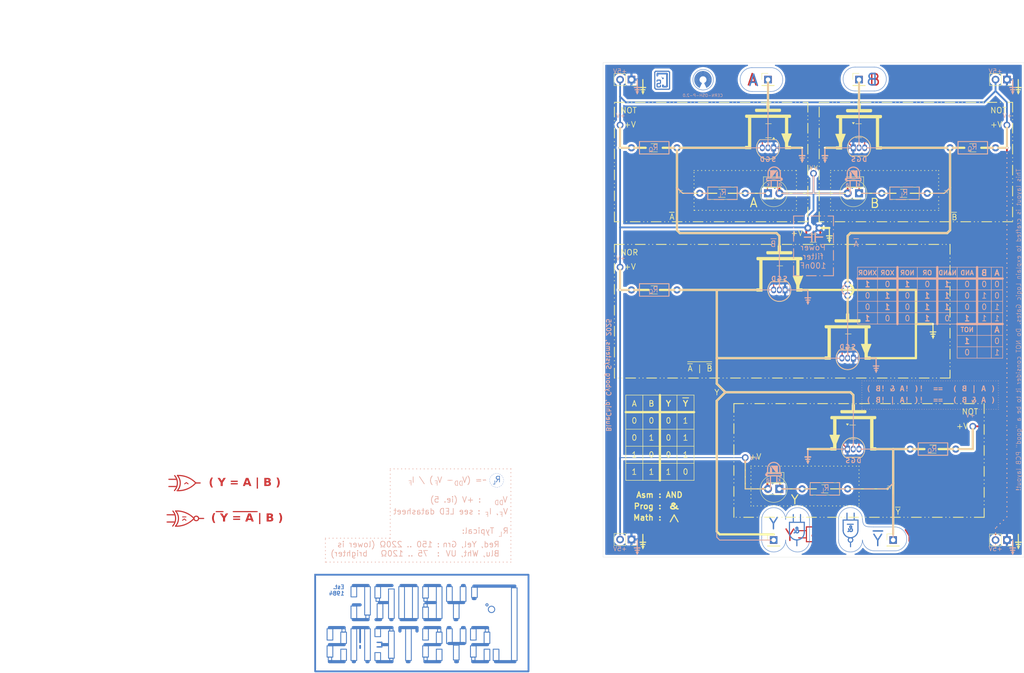
<source format=kicad_pcb>
(kicad_pcb (version 20241229) (generator "pcbnew") (generator_version "9.0")
  (layers (0 "F.Cu" signal) (2 "B.Cu" signal) (13 "F.Paste" user) (15 "B.Paste" user) (5 "F.SilkS" user "F.Silkscreen") (7 "B.SilkS" user "B.Silkscreen") (1 "F.Mask" user) (3 "B.Mask" user) (25 "Edge.Cuts" user))
  (net 0 "")
  (net 1 "Net-(A1-Pin_1)")
  (net 2 "Net-(B1-Pin_1)")
  (net 3 "GNDREF")
  (net 4 "VDD")
  (net 5 "Net-(D1-K)")
  (net 6 "Net-(D12-K)")
  (net 7 "Net-(D13-K)")
  (net 8 "Net-(Q13-D)")
  (net 9 "Net-(Q1-D)")
  (net 10 "Net-(Q17-D)")
  (net 11 "Net-(Q12-D)")
  (footprint "Package_TO_SOT_SMD:SOT-23" (layer "F.Cu") (at 236.061998 135.89)
    (property "Reference" "Q17" (hide yes))
    (property "Value" "2N7000" (hide yes))
  )
  (footprint "Resistor_SMD:R_1206_3216Metric" (layer "F.Cu") (at 191.77 72.39)
    (property "Reference" "R11" (hide yes))
    (property "Value" "R" (hide yes))
  )
  (footprint "Package_TO_SOT_SMD:SOT-23" (layer "F.Cu") (at 237.388262 68.578857)
    (property "Reference" "Q12" (hide yes))
    (property "Value" "2N7000" (hide yes))
  )
  (footprint "LED_SMD:LED_1206_3216Metric" (layer "F.Cu") (at 218.44 146.048724 180)
    (property "Reference" "D13" (hide yes))
    (property "Value" "LED" (hide yes))
  )
  (footprint "Resistor_THT:R_Axial_DIN0207_L6.3mm_D2.5mm_P10.16mm_Horizontal" (layer "F.Cu") (at 248.92 139.698724)
    (property "Reference" "R6" (hide yes))
    (property "Value" "R" (hide yes))
  )
  (footprint "Connector_PinHeader_2.54mm:PinHeader_1x01_P2.54mm_Vertical" (layer "F.Cu") (at 237.49 57.15)
    (property "Reference" "B1" (hide yes))
    (property "Value" "Conn_01x01_Pin" (hide yes))
  )
  (footprint "Connector_PinHeader_2.54mm:PinHeader_1x01_P2.54mm_Vertical" (layer "F.Cu") (at 217.17 57.15)
    (property "Reference" "A1" (hide yes))
    (property "Value" "Conn_01x01_Pin" (hide yes))
  )
  (footprint "Package_TO_SOT_THT:TO-92_Inline" (layer "F.Cu") (at 220.979999 104.14 180)
    (property "Reference" "Q3" (hide yes))
    (property "Value" "2N7000" (hide yes))
  )
  (footprint "Package_TO_SOT_THT:TO-92_Inline" (layer "F.Cu") (at 218.44 72.39 180)
    (property "Reference" "Q1" (hide yes))
    (property "Value" "2N7000" (hide yes))
  )
  (footprint "Connector_PinSocket_2.54mm:PinSocket_1x02_P2.54mm_Vertical" (layer "F.Cu") (at 186.69 57.15 -90)
    (property "Reference" "J1" (hide yes))
    (property "Value" "Conn_01x02_Pin" (hide yes))
  )
  (footprint "Resistor_THT:R_Axial_DIN0207_L6.3mm_D2.5mm_P10.16mm_Horizontal" (layer "F.Cu") (at 186.69 104.14)
    (property "Reference" "R5" (hide yes))
    (property "Value" "R" (hide yes))
  )
  (footprint "Package_TO_SOT_SMD:SOT-23" (layer "F.Cu") (at 235.092189 115.541708 180)
    (property "Reference" "Q14" (hide yes))
    (property "Value" "2N7000" (hide yes))
  )
  (footprint "Resistor_THT:R_Axial_DIN0207_L6.3mm_D2.5mm_P10.16mm_Horizontal" (layer "F.Cu") (at 252.73 82.55 180)
    (property "Reference" "R4" (hide yes))
    (property "Value" "R" (hide yes))
  )
  (footprint "LED_SMD:LED_1206_3216Metric" (layer "F.Cu") (at 236.22 80.01 180)
    (property "Reference" "D12" (hide yes))
    (property "Value" "LED" (hide yes))
  )
  (footprint "Resistor_THT:R_Axial_DIN0207_L6.3mm_D2.5mm_P10.16mm_Horizontal" (layer "F.Cu") (at 257.81 72.39)
    (property "Reference" "R2" (hide yes))
    (property "Value" "R" (hide yes))
  )
  (footprint "Resistor_THT:R_Axial_DIN0207_L6.3mm_D2.5mm_P10.16mm_Horizontal" (layer "F.Cu") (at 201.93 82.55)
    (property "Reference" "R3" (hide yes))
    (property "Value" "R" (hide yes))
  )
  (footprint "Connector_PinSocket_2.54mm:PinSocket_1x02_P2.54mm_Vertical" (layer "F.Cu") (at 270.51 160.02 -90)
    (property "Reference" "J3" (hide yes))
    (property "Value" "Conn_01x02_Pin" (hide yes))
  )
  (footprint "Capacitor_SMD:C_1206_3216Metric_Pad1.33x1.80mm_HandSolder" (layer "F.Cu") (at 227.2865 92.583)
    (property "Reference" "C2" (hide yes))
    (property "Value" "C_Small" (hide yes))
  )
  (footprint "Package_TO_SOT_THT:TO-92_Inline" (layer "F.Cu") (at 236.22 72.39)
    (property "Reference" "Q2" (hide yes))
    (property "Value" "2N7000" (hide yes))
  )
  (footprint "LED_THT:LED_D1.8mm_W3.3mm_H2.4mm" (layer "F.Cu") (at 217.17 82.55)
    (property "Reference" "D1" (hide yes))
    (property "Value" "LED" (hide yes))
  )
  (footprint "Package_TO_SOT_THT:TO-92_Inline" (layer "F.Cu") (at 234.927544 139.7)
    (property "Reference" "Q7" (hide yes))
    (property "Value" "2N7000" (hide yes))
  )
  (footprint "Connector_PinSocket_2.54mm:PinSocket_1x02_P2.54mm_Vertical" (layer "F.Cu") (at 270.51 57.15 -90)
    (property "Reference" "J4" (hide yes))
    (property "Value" "Conn_01x02_Pin" (hide yes))
  )
  (footprint "Connector_PinHeader_2.54mm:PinHeader_1x01_P2.54mm_Vertical" (layer "F.Cu") (at 218.44 160.02)
    (property "Reference" "Y1" (hide yes))
    (property "Value" "Conn_01x01_Pin" (hide yes))
  )
  (footprint "Resistor_THT:R_Axial_DIN0207_L6.3mm_D2.5mm_P10.16mm_Horizontal" (layer "F.Cu") (at 186.69 72.39)
    (property "Reference" "R1" (hide yes))
    (property "Value" "R" (hide yes))
  )
  (footprint "Package_TO_SOT_THT:TO-92_Inline" (layer "F.Cu") (at 236.219999 119.38 180)
    (property "Reference" "Q4" (hide yes))
    (property "Value" "2N7000" (hide yes))
  )
  (footprint "Resistor_SMD:R_1206_3216Metric" (layer "F.Cu") (at 254 139.698724)
    (property "Reference" "R16" (hide yes))
    (property "Value" "R" (hide yes))
  )
  (footprint "Capacitor_THT:C_Disc_D3.0mm_W2.0mm_P2.50mm" (layer "F.Cu") (at 226.08 90.297)
    (property "Reference" "C1" (hide yes))
    (property "Value" "C_Small" (hide yes))
  )
  (footprint "Connector_PinSocket_2.54mm:PinSocket_1x02_P2.54mm_Vertical" (layer "F.Cu") (at 186.69 159.893 -90)
    (property "Reference" "J2" (hide yes))
    (property "Value" "Conn_01x02_Pin" (hide yes))
  )
  (footprint "Resistor_SMD:R_1206_3216Metric" (layer "F.Cu") (at 206.91375 82.55)
    (property "Reference" "R13" (hide yes))
    (property "Value" "R" (hide yes))
  )
  (footprint "LED_THT:LED_D1.8mm_W3.3mm_H2.4mm" (layer "F.Cu") (at 237.49 82.55 180)
    (property "Reference" "D2" (hide yes))
    (property "Value" "LED" (hide yes))
  )
  (footprint "Resistor_SMD:R_1206_3216Metric" (layer "F.Cu") (at 262.89 72.39)
    (property "Reference" "R12" (hide yes))
    (property "Value" "R" (hide yes))
  )
  (footprint "LED_SMD:LED_1206_3216Metric" (layer "F.Cu") (at 218.44 80.01)
    (property "Reference" "D11" (hide yes))
    (property "Value" "LED" (hide yes))
  )
  (footprint "Resistor_SMD:R_1206_3216Metric" (layer "F.Cu") (at 247.4575 82.55 180)
    (property "Reference" "R14" (hide yes))
    (property "Value" "R" (hide yes))
  )
  (footprint "Connector_PinHeader_2.54mm:PinHeader_1x01_P2.54mm_Vertical" (layer "F.Cu") (at 245.11 160.02)
    (property "Reference" "~{Y}1" (hide yes))
    (property "Value" "Conn_01x01_Pin" (hide yes))
  )
  (footprint "Resistor_SMD:R_1206_3216Metric" (layer "F.Cu") (at 229.87 148.588724 180)
    (property "Reference" "R17" (hide yes))
    (property "Value" "R" (hide yes))
  )
  (footprint "Resistor_SMD:R_1206_3216Metric" (layer "F.Cu") (at 191.77 104.14)
    (property "Reference" "R15" (hide yes))
    (property "Value" "R" (hide yes))
  )
  (footprint "LED_THT:LED_D1.8mm_W3.3mm_H2.4mm" (layer "F.Cu") (at 219.71 148.588724 180)
    (property "Reference" "D3" (hide yes))
    (property "Value" "LED" (hide yes))
  )
  (footprint "Package_TO_SOT_SMD:SOT-23" (layer "F.Cu") (at 219.821495 100.33 180)
    (property "Reference" "Q13" (hide yes))
    (property "Value" "2N7000" (hide yes))
  )
  (footprint "Resistor_THT:R_Axial_DIN0207_L6.3mm_D2.5mm_P10.16mm_Horizontal" (layer "F.Cu") (at 234.95 148.588724 180)
    (property "Reference" "R7" (hide yes))
    (property "Value" "R" (hide yes))
  )
  (footprint "Package_TO_SOT_SMD:SOT-23" (layer "F.Cu") (at 217.27705 68.56864 180)
    (property "Reference" "Q11" (hide yes))
    (property "Value" "2N7000" (hide yes))
  )
  (gr_line (start 89.027 155.193224) (end 89.031059 155.194) (stroke (width 0.254)) (layer "F.Cu"))
  (gr_line (start 85.29218 148.990911) (end 85.292586 148.990371) (stroke (width 0.254)) (layer "F.Cu"))
  (gr_arc (start 84.938832 153.533767) (mid 87.167302 153.914404) (end 89.031059 155.194) (stroke (width 0.254)) (layer "F.Cu"))
  (gr_arc (start 85.334548 145.607816) (mid 85.958935 147.307447) (end 85.29218 148.990911) (stroke (width 0.254)) (layer "F.Cu"))
  (gr_line (start 84.781323 155.98869) (end 83.024102 155.98869) (stroke (width 0.254)) (layer "F.Cu"))
  (gr_line (start 252.641551 157.907514) (end 251.275904 157.912037) (stroke (width 0.254)) (layer "F.Cu"))
  (gr_circle (center 89.535 155.194) (end 90.043 155.194) (stroke (width 0.254)) (fill no) (layer "F.Cu"))
  (gr_line (start 225.569195 157.92611) (end 224.008478 157.92611) (stroke (width 0.254)) (layer "F.Cu"))
  (gr_arc (start 255.109228 157.075963) (mid 256.760228 158.726963) (end 255.109228 160.377963) (stroke (width 0.254)) (layer "F.Cu"))
  (gr_line (start 247.450961 156.972) (end 249.802683 156.972) (stroke (width 0.3175)) (layer "F.Cu"))
  (gr_arc (start 84.712011 145.617244) (mid 85.31448 147.304145) (end 84.664467 148.973312) (stroke (width 0.254)) (layer "F.Cu"))
  (gr_arc (start 84.316093 153.544669) (mid 84.918576 155.231577) (end 84.268549 156.900737) (stroke (width 0.254)) (layer "F.Cu"))
  (gr_line (start 229.687872 158.745559) (end 230.993478 158.740569) (stroke (width 0.254)) (layer "F.Cu"))
  (gr_arc (start 85.33475 145.606342) (mid 87.563216 145.98698) (end 89.426977 147.266575) (stroke (width 0.254)) (layer "F.Cu"))
  (gr_line (start 84.781323 154.379541) (end 83.024102 154.379541) (stroke (width 0.254)) (layer "F.Cu"))
  (gr_line (start 85.177241 148.061265) (end 83.42002 148.061265) (stroke (width 0.254)) (layer "F.Cu"))
  (gr_arc (start 228.036872 157.094559) (mid 229.687872 158.745559) (end 228.036872 160.396559) (stroke (width 0.254)) (layer "F.Cu"))
  (gr_line (start 84.938832 153.533767) (end 84.93863 153.535241) (stroke (width 0.254)) (layer "F.Cu"))
  (gr_line (start 252.641551 159.516663) (end 251.275904 159.516663) (stroke (width 0.254)) (layer "F.Cu"))
  (gr_line (start 89.422918 147.265799) (end 89.426977 147.266575) (stroke (width 0.254)) (layer "F.Cu"))
  (gr_circle (center 257.268228 158.726963) (end 257.268228 158.218963) (stroke (width 0.254)) (fill no) (layer "F.Cu"))
  (gr_line (start 90.092916 155.193991) (end 91.186 155.194) (stroke (width 0.254)) (layer "F.Cu"))
  (gr_line (start 84.896262 156.918336) (end 84.896668 156.917796) (stroke (width 0.254)) (layer "F.Cu"))
  (gr_line (start 257.776228 158.726963) (end 258.792228 158.721973) (stroke (width 0.254)) (layer "F.Cu"))
  (gr_line (start 93.98 153.67) (end 95.504 153.67) (stroke (width 0.254)) (layer "F.Cu"))
  (gr_arc (start 84.93863 153.535241) (mid 85.563055 155.234879) (end 84.896262 156.918336) (stroke (width 0.254)) (layer "F.Cu"))
  (gr_line (start 225.569195 159.535259) (end 224.008478 159.531565) (stroke (width 0.254)) (layer "F.Cu"))
  (gr_arc (start 89.422918 147.265799) (mid 87.550613 148.59) (end 85.292586 148.990371) (stroke (width 0.254)) (layer "F.Cu"))
  (gr_line (start 85.33475 145.606342) (end 85.334548 145.607816) (stroke (width 0.254)) (layer "F.Cu"))
  (gr_line (start 89.42698 147.266575) (end 90.40502 147.266575) (stroke (width 0.254)) (layer "F.Cu"))
  (gr_arc (start 89.027 155.193224) (mid 87.154692 156.517401) (end 84.896668 156.917796) (stroke (width 0.254)) (layer "F.Cu"))
  (gr_line (start 85.177241 146.452116) (end 83.42002 146.452116) (stroke (width 0.254)) (layer "F.Cu"))
  (gr_line (start 97.79 153.67) (end 103.124 153.67) (stroke (width 0.254)) (layer "F.Cu"))
  (gr_line (start 124.841 187.198) (end 124.587 187.198) (stroke (width 0.7112)) (layer "B.Cu"))
  (gr_rect (start 143.383 179.832) (end 144.145 180.594) (stroke (width 0.2)) (fill no) (layer "B.Cu"))
  (gr_arc (start 221.107 160.02) (mid 218.44 162.687) (end 215.773 160.02) (stroke (width 0.1)) (layer "B.Cu"))
  (gr_arc (start 217.805 54.483) (mid 220.472 57.15) (end 217.805 59.817) (stroke (width 0.1)) (layer "B.Cu"))
  (gr_rect (start 121.793 184.404) (end 123.063 186.944) (stroke (width 0.2)) (fill no) (layer "B.Cu"))
  (gr_line (start 147.701 177.8) (end 147.32 177.8) (stroke (width 0.7112)) (layer "B.Cu"))
  (gr_line (start 133.223 170.18) (end 129.921 170.18) (stroke (width 0.7112)) (layer "B.Cu"))
  (gr_line (start 146.177 170.18) (end 145.796 170.18) (stroke (width 0.7112)) (layer "B.Cu"))
  (gr_arc (start 240.919 162.433) (mid 239.125195 161.739614) (end 238.264123 160.02) (stroke (width 0.1)) (layer "B.Cu"))
  (gr_arc (start 202.027574 58.249045) (mid 202.559813 55.9469) (end 203.448287 58.13641) (stroke (width 0.127)) (layer "B.Cu"))
  (gr_arc (start 232.918 155.168427) (mid 235.724977 152.770042) (end 238.266613 155.448) (stroke (width 0.1)) (layer "B.Cu"))
  (gr_line (start 133.223 177.8) (end 132.969 177.8) (stroke (width 0.7112)) (layer "B.Cu"))
  (gr_rect (start 153.797 184.404) (end 155.067 186.944) (stroke (width 0.2)) (fill no) (layer "B.Cu"))
  (gr_arc (start 245.491 157.099006) (mid 248.157994 159.766) (end 245.491 162.432994) (stroke (width 0.1)) (layer "B.Cu"))
  (gr_line (start 232.918 160.02) (end 232.918 155.194) (stroke (width 0.1)) (layer "B.Cu"))
  (gr_rect (start 118.999 186.182) (end 119.761 186.944) (stroke (width 0.2)) (fill no) (layer "B.Cu"))
  (gr_line (start 245.491 157.099) (end 240.665 157.099) (stroke (width 0.1)) (layer "B.Cu"))
  (gr_line (start 240.919 54.356) (end 236.601 54.356) (stroke (width 0.1)) (layer "B.Cu"))
  (gr_arc (start 225.259127 158.347098) (mid 223.608127 159.998098) (end 221.957127 158.347098) (stroke (width 0.254)) (layer "B.Cu"))
  (gr_line (start 133.223 187.198) (end 129.921 187.198) (stroke (width 0.7112)) (layer "B.Cu"))
  (gr_arc (start 201.925974 58.579245) (mid 202.653003 55.604662) (end 203.401364 58.573953) (stroke (width 0.127)) (layer "B.Cu"))
  (gr_rect (start 145.415 179.832) (end 146.685 183.134) (stroke (width 0.2)) (fill no) (layer "B.Cu"))
  (gr_rect (start 127.127 170.434) (end 128.397 176.784) (stroke (width 0.2)) (fill no) (layer "B.Cu"))
  (gr_circle (center 155.448 175.514) (end 154.94 176.022) (stroke (width 0.2)) (fill no) (layer "B.Cu"))
  (gr_line (start 235.591301 160.505151) (end 235.596291 161.521151) (stroke (width 0.254)) (layer "B.Cu"))
  (gr_line (start 222.818427 155.879421) (end 222.822121 154.318704) (stroke (width 0.254)) (layer "B.Cu"))
  (gr_line (start 160.655 170.307) (end 151.511 170.307) (stroke (width 0.7112)) (layer "B.Cu"))
  (gr_line (start 132.207 183.388) (end 131.191 183.388) (stroke (width 0.7112)) (layer "B.Cu"))
  (gr_rect (start 116.078 167.767) (end 163.703 189.357) (stroke (width 0.4)) (fill no) (layer "B.Cu"))
  (gr_rect (start 148.463 179.832) (end 149.733 183.134) (stroke (width 0.2)) (fill no) (layer "B.Cu"))
  (gr_line (start 149.225 173.99) (end 145.923 173.99) (stroke (width 0.7112)) (layer "B.Cu"))
  (gr_rect (start 150.749 179.832) (end 152.019 182.372) (stroke (width 0.2)) (fill no) (layer "B.Cu"))
  (gr_rect (start 124.079 170.434) (end 125.349 172.72) (stroke (width 0.2)) (fill no) (layer "B.Cu"))
  (gr_rect (start 140.081 179.832) (end 141.351 182.372) (stroke (width 0.2)) (fill no) (layer "B.Cu"))
  (gr_line (start 126.111 183.642) (end 126.111 184.15) (stroke (width 0.4064)) (layer "B.Cu"))
  (gr_line (start 135.001 179.578) (end 135.001 180.34) (stroke (width 0.7112)) (layer "B.Cu"))
  (gr_line (start 138.557 177.8) (end 135.255 177.8) (stroke (width 0.7112)) (layer "B.Cu"))
  (gr_arc (start 238.252 160.02) (mid 235.585 162.687) (end 232.918 160.02) (stroke (width 0.1)) (layer "B.Cu"))
  (gr_rect (start 137.795 170.434) (end 139.065 177.546) (stroke (width 0.2)) (fill no) (layer "B.Cu"))
  (gr_rect (start 143.129 170.434) (end 144.399 177.546) (stroke (width 0.2)) (fill no) (layer "B.Cu"))
  (gr_line (start 147.828 187.198) (end 147.447 187.198) (stroke (width 0.7112)) (layer "B.Cu"))
  (gr_line (start 154.559 183.388) (end 151.257 183.388) (stroke (width 0.7112)) (layer "B.Cu"))
  (gr_line (start 236.41075 155.370474) (end 236.406227 154.004827) (stroke (width 0.254)) (layer "B.Cu"))
  (gr_rect (start 140.335 172.974) (end 141.097 173.736) (stroke (width 0.2)) (fill no) (layer "B.Cu"))
  (gr_arc (start 201.824374 58.757045) (mid 202.69632 55.402069) (end 203.411927 58.793809) (stroke (width 0.127)) (layer "B.Cu"))
  (gr_rect (start 153.797 180.594) (end 155.067 183.134) (stroke (width 0.2)) (fill no) (layer "B.Cu"))
  (gr_rect (start 132.715 186.436) (end 133.477 186.944) (stroke (width 0.2)) (fill no) (layer "B.Cu"))
  (gr_rect (start 122.047 179.832) (end 122.809 180.594) (stroke (width 0.2)) (fill no) (layer "B.Cu"))
  (gr_line (start 138.557 170.18) (end 135.255 170.18) (stroke (width 0.7112)) (layer "B.Cu"))
  (gr_rect (start 118.745 183.642) (end 120.015 186.182) (stroke (width 0.2)) (fill no) (layer "B.Cu"))
  (gr_arc (start 240.919 54.356) (mid 243.586 57.023) (end 240.919 59.69) (stroke (width 0.1)) (layer "B.Cu"))
  (gr_line (start 138.811 179.578) (end 135.255 179.578) (stroke (width 0.7112)) (layer "B.Cu"))
  (gr_arc (start 236.601 59.69) (mid 233.934 57.023) (end 236.601 54.356) (stroke (width 0.1)) (layer "B.Cu"))
  (gr_line (start 130.937 182.88) (end 130.937 183.896) (stroke (width 0.3048)) (layer "B.Cu"))
  (gr_rect (start 140.335 174.244) (end 141.097 175.006) (stroke (width 0.2)) (fill no) (layer "B.Cu"))
  (gr_line (start 151.761253 173.091531) (end 151.380253 173.091531) (stroke (width 0.7112)) (layer "B.Cu"))
  (gr_arc (start 202.103774 58.172845) (mid 202.626595 56.047495) (end 203.265367 58.140964) (stroke (width 0.127)) (layer "B.Cu"))
  (gr_rect (start 129.413 179.832) (end 130.683 181.61) (stroke (width 0.2)) (fill no) (layer "B.Cu"))
  (gr_line (start 213.614 59.817) (end 217.805 59.817) (stroke (width 0.1)) (layer "B.Cu"))
  (gr_circle (center 202.687974 57.182245) (end 200.401974 57.182245) (stroke (width 0.1)) (fill no) (layer "B.Cu"))
  (gr_rect (start 140.081 183.642) (end 141.351 186.182) (stroke (width 0.2)) (fill no) (layer "B.Cu"))
  (gr_rect (start 132.461 180.34) (end 133.731 186.436) (stroke (width 0.2)) (fill no) (layer "B.Cu"))
  (gr_line (start 127.889 177.8) (end 124.587 177.8) (stroke (width 0.7112)) (layer "B.Cu"))
  (gr_line (start 217.805 54.483) (end 213.487 54.483) (stroke (width 0.1)) (layer "B.Cu"))
  (gr_rect (start 132.461 170.942) (end 133.731 177.546) (stroke (width 0.2)) (fill no) (layer "B.Cu"))
  (gr_rect (start 155.829 184.404) (end 157.099 186.944) (stroke (width 0.2)) (fill no) (layer "B.Cu"))
  (gr_line (start 132.207 173.99) (end 130.429 173.99) (stroke (width 0.7112)) (layer "B.Cu"))
  (gr_rect (start 124.079 179.832) (end 125.349 186.944) (stroke (width 0.2)) (fill no) (layer "B.Cu"))
  (gr_line (start 130.683 177.8) (end 129.667 177.8) (stroke (width 0.7112)) (layer "B.Cu"))
  (gr_curve (pts (xy 240.665 157.099) (xy 238.887 157.099) (xy 238.379 156.972) (xy 238.266613 155.448)) (stroke (width 0.1)) (layer "B.Cu"))
  (gr_arc (start 226.441 160.02) (mid 223.774 162.687) (end 221.107 160.02) (stroke (width 0.1)) (layer "B.Cu"))
  (gr_arc (start 215.773 155.448) (mid 218.44 152.781) (end 221.107 155.448) (stroke (width 0.1)) (layer "B.Cu"))
  (gr_rect (start 129.413 185.166) (end 130.683 186.944) (stroke (width 0.2)) (fill no) (layer "B.Cu"))
  (gr_line (start 149.352 183.134) (end 145.923 183.134) (stroke (width 0.7112)) (layer "B.Cu"))
  (gr_line (start 223.608127 159.998098) (end 223.613117 161.303704) (stroke (width 0.254)) (layer "B.Cu"))
  (gr_line (start 122.555 179.578) (end 119.253 179.578) (stroke (width 0.7112)) (layer "B.Cu"))
  (gr_circle (center 193.705265 56.872474) (end 193.705265 56.745474) (stroke (width 0.127)) (fill yes) (layer "B.Cu"))
  (gr_line (start 126.111 179.832) (end 126.111 182.88) (stroke (width 0.4064)) (layer "B.Cu"))
  (gr_line (start 236.601 59.69) (end 240.919 59.69) (stroke (width 0.1)) (layer "B.Cu"))
  (gr_line (start 224.427576 155.879421) (end 224.427576 154.318704) (stroke (width 0.254)) (layer "B.Cu"))
  (gr_arc (start 202.179974 58.067667) (mid 202.633803 56.177229) (end 203.170574 58.045844) (stroke (width 0.127)) (layer "B.Cu"))
  (gr_line (start 127.889 187.198) (end 127.635 187.198) (stroke (width 0.7112)) (layer "B.Cu"))
  (gr_rect (start 129.413 170.434) (end 130.683 172.974) (stroke (width 0.2)) (fill no) (layer "B.Cu"))
  (gr_line (start 242.75549 157.988) (end 240.665 157.988) (stroke (width 0.3175)) (layer "B.Cu"))
  (gr_line (start 154.559 179.578) (end 151.257 179.578) (stroke (width 0.7112)) (layer "B.Cu"))
  (gr_line (start 129.921 182.88) (end 130.937 182.88) (stroke (width 0.3048)) (layer "B.Cu"))
  (gr_rect (start 143.129 184.404) (end 144.399 186.944) (stroke (width 0.2)) (fill no) (layer "B.Cu"))
  (gr_rect (start 134.747 170.434) (end 136.017 177.546) (stroke (width 0.2)) (fill no) (layer "B.Cu"))
  (gr_circle (center 193.453015 56.610787) (end 193.529215 56.610787) (stroke (width 0.0254)) (fill yes) (layer "B.Cu"))
  (gr_line (start 127.889 179.578) (end 124.587 179.578) (stroke (width 0.7112)) (layer "B.Cu"))
  (gr_line (start 149.352 170.18) (end 148.971 170.18) (stroke (width 0.7112)) (layer "B.Cu"))
  (gr_rect (start 151.003 170.561) (end 152.273 172.847) (stroke (width 0.2)) (fill no) (layer "B.Cu"))
  (gr_line (start 133.223 179.578) (end 129.921 179.578) (stroke (width 0.7112)) (layer "B.Cu"))
  (gr_arc (start 202.179974 57.944245) (mid 202.647296 56.284717) (end 203.140371 57.936788) (stroke (width 0.127)) (layer "B.Cu"))
  (gr_arc (start 213.614 59.817) (mid 210.947 57.15) (end 213.614 54.483) (stroke (width 0.1)) (layer "B.Cu"))
  (gr_line (start 149.352 179.578) (end 148.971 179.578) (stroke (width 0.7112)) (layer "B.Cu"))
  (gr_rect (start 129.921 174.244) (end 131.191 177.546) (stroke (width 0.2)) (fill no) (layer "B.Cu"))
  (gr_arc (start 202.027574 58.292331) (mid 202.59885 55.847854) (end 203.269744 58.266925) (stroke (width 0.127)) (layer "B.Cu"))
  (gr_circle (center 156.59428 146.689885) (end 155.082736 147.009828) (stroke (width 0.0254) (type dash_dot)) (fill no) (layer "B.Cu"))
  (gr_rect (start 129.667 172.974) (end 130.429 173.736) (stroke (width 0.2)) (fill no) (layer "B.Cu"))
  (gr_line (start 215.773 160.02) (end 215.773 155.448) (stroke (width 0.1)) (layer "B.Cu"))
  (gr_line (start 137.033 187.198) (end 136.652 187.198) (stroke (width 0.7112)) (layer "B.Cu"))
  (gr_line (start 143.891 177.8) (end 140.589 177.8) (stroke (width 0.7112)) (layer "B.Cu"))
  (gr_rect (start 151.003 186.182) (end 151.765 186.944) (stroke (width 0.2)) (fill no) (layer "B.Cu"))
  (gr_rect (start 140.335 186.182) (end 141.097 186.944) (stroke (width 0.2)) (fill no) (layer "B.Cu"))
  (gr_line (start 127.889 170.18) (end 124.587 170.18) (stroke (width 0.7112)) (layer "B.Cu"))
  (gr_line (start 234.801601 155.370474) (end 234.801601 154.004827) (stroke (width 0.254)) (layer "B.Cu"))
  (gr_arc (start 202.179974 58.136324) (mid 202.670951 56.115293) (end 203.111884 58.14787) (stroke (width 0.127)) (layer "B.Cu"))
  (gr_arc (start 201.875174 58.909445) (mid 202.65545 55.284044) (end 203.462916 58.903488) (stroke (width 0.127)) (layer "B.Cu"))
  (gr_line (start 122.555 183.388) (end 119.253 183.388) (stroke (width 0.7112)) (layer "B.Cu"))
  (gr_line (start 226.441 155.448) (end 226.441 160.02) (stroke (width 0.1)) (layer "B.Cu"))
  (gr_rect (start 121.793 180.594) (end 123.063 183.134) (stroke (width 0.2)) (fill no) (layer "B.Cu"))
  (gr_line (start 202.297108 57.971658) (end 201.868287 58.871174) (stroke (width 0.2)) (layer "B.Cu"))
  (gr_rect (start 154.051 179.832) (end 154.813 180.594) (stroke (width 0.2)) (fill no) (layer "B.Cu"))
  (gr_arc (start 201.849774 58.655445) (mid 202.718467 55.501097) (end 203.371568 58.707026) (stroke (width 0.127)) (layer "B.Cu"))
  (gr_arc (start 202.310668 57.944689) (mid 202.624628 56.343175) (end 203.08188 57.909805) (stroke (width 0.127)) (layer "B.Cu"))
  (gr_line (start 154.559 187.198) (end 151.257 187.198) (stroke (width 0.7112)) (layer "B.Cu"))
  (gr_rect (start 140.081 170.434) (end 141.351 172.974) (stroke (width 0.2)) (fill no) (layer "B.Cu"))
  (gr_line (start 122.555 187.198) (end 119.253 187.198) (stroke (width 0.7112)) (layer "B.Cu"))
  (gr_rect (start 148.463 170.434) (end 149.733 173.736) (stroke (width 0.2)) (fill no) (layer "B.Cu"))
  (gr_rect (start 127.127 179.832) (end 128.397 186.944) (stroke (width 0.2)) (fill no) (layer "B.Cu"))
  (gr_rect (start 145.415 170.434) (end 146.685 173.736) (stroke (width 0.2)) (fill no) (layer "B.Cu"))
  (gr_rect (start 140.081 175.006) (end 141.351 177.546) (stroke (width 0.2)) (fill no) (layer "B.Cu"))
  (gr_line (start 160.655 187.198) (end 156.337 187.198) (stroke (width 0.7112)) (layer "B.Cu"))
  (gr_line (start 240.919 162.433) (end 245.491 162.433) (stroke (width 0.1)) (layer "B.Cu"))
  (gr_line (start 146.177 179.578) (end 145.796 179.578) (stroke (width 0.7112)) (layer "B.Cu"))
  (gr_rect (start 127.381 176.784) (end 128.143 177.546) (stroke (width 0.2)) (fill no) (layer "B.Cu"))
  (gr_line (start 126.111 174.498) (end 124.587 174.498) (stroke (width 0.7112)) (layer "B.Cu"))
  (gr_rect (start 146.939 183.515) (end 148.209 186.817) (stroke (width 0.2)) (fill no) (layer "B.Cu"))
  (gr_rect (start 159.893 170.688) (end 161.163 186.944) (stroke (width 0.2)) (fill no) (layer "B.Cu"))
  (gr_line (start 143.891 179.578) (end 140.589 179.578) (stroke (width 0.7112)) (layer "B.Cu"))
  (gr_circle (center 235.591301 159.997151) (end 236.099301 159.997151) (stroke (width 0.254)) (fill no) (layer "B.Cu"))
  (gr_arc (start 201.976774 58.503045) (mid 202.660122 55.694612) (end 203.347839 58.502021) (stroke (width 0.127)) (layer "B.Cu"))
  (gr_arc (start 221.107 155.448) (mid 223.774 152.781) (end 226.441 155.448) (stroke (width 0.1)) (layer "B.Cu"))
  (gr_line (start 143.891 187.198) (end 140.589 187.198) (stroke (width 0.7112)) (layer "B.Cu"))
  (gr_line (start 130.937 183.896) (end 129.921 183.896) (stroke (width 0.3048)) (layer "B.Cu"))
  (gr_rect (start 124.079 174.752) (end 125.349 177.546) (stroke (width 0.2)) (fill no) (layer "B.Cu"))
  (gr_arc (start 201.972775 58.372683) (mid 202.683958 55.810671) (end 203.283627 58.40106) (stroke (width 0.127)) (layer "B.Cu"))
  (gr_line (start 203.053245 57.966933) (end 203.475374 58.858645) (stroke (width 0.2)) (layer "B.Cu"))
  (gr_rect (start 146.939 174.244) (end 148.209 177.546) (stroke (width 0.2)) (fill no) (layer "B.Cu"))
  (gr_line (start 138.811 179.578) (end 138.811 180.34) (stroke (width 0.7112)) (layer "B.Cu"))
  (gr_rect (start 118.745 179.832) (end 120.015 182.372) (stroke (width 0.2)) (fill no) (layer "B.Cu"))
  (gr_line (start 143.891 183.388) (end 140.589 183.388) (stroke (width 0.7112)) (layer "B.Cu"))
  (gr_rect (start 132.715 179.832) (end 133.477 180.34) (stroke (width 0.2)) (fill no) (layer "B.Cu"))
  (gr_circle (center 154.432 174.498) (end 154.432 174.752) (stroke (width 0.2)) (fill no) (layer "B.Cu"))
  (gr_rect (start 150.749 183.642) (end 152.019 186.182) (stroke (width 0.2)) (fill no) (layer "B.Cu"))
  (gr_line (start 142.875 173.99) (end 140.843 173.99) (stroke (width 0.7112)) (layer "B.Cu"))
  (gr_rect (start 143.129 180.594) (end 144.399 183.134) (stroke (width 0.2)) (fill no) (layer "B.Cu"))
  (gr_line (start 143.891 170.18) (end 140.589 170.18) (stroke (width 0.7112)) (layer "B.Cu"))
  (gr_arc (start 237.242301 157.838151) (mid 235.591301 159.489151) (end 233.940301 157.838151) (stroke (width 0.254)) (layer "B.Cu"))
  (gr_rect (start 136.271 179.832) (end 137.541 186.944) (stroke (width 0.2)) (fill no) (layer "B.Cu"))
  (gr_line (start 205.74 125.095) (end 207.645 127) (stroke (width 0.508)) (layer "F.SilkS"))
  (gr_line (start 217.17 82.55) (end 208.28 82.55) (stroke (width 0.254)) (layer "F.SilkS"))
  (gr_poly (pts (xy 222.453781 69.229661) (xy 221.326478 72.015959) (xy 220.201324 69.229563)) (stroke (width 0.1)) (fill yes) (layer "F.SilkS"))
  (gr_line (start 234.95 109.855) (end 234.95 105.41) (stroke (width 0.508)) (layer "F.SilkS"))
  (gr_line (start 272.415 160.51249) (end 273.685 160.51249) (stroke (width 0.254)) (layer "F.SilkS"))
  (gr_line (start 272.75897 59.80149) (end 273.364681 59.80149) (stroke (width 0.1)) (layer "F.SilkS"))
  (gr_line (start 250.19 119.38) (end 240.03 119.38) (stroke (width 0.508)) (layer "F.SilkS"))
  (gr_line (start 189.248955 161.81351) (end 189.23 158.75) (stroke (width 0.254)) (layer "F.SilkS"))
  (gr_line (start 235.585 127) (end 236.22 127.635) (stroke (width 0.508)) (layer "F.SilkS"))
  (gr_line (start 250.19 104.14) (end 224.79 104.14) (stroke (width 0.508)) (layer "F.SilkS"))
  (gr_line (start 229.87 72.39) (end 232.41 72.39) (stroke (width 0.508)) (layer "F.SilkS"))
  (gr_line (start 225.425 141.46249) (end 226.695 141.46249) (stroke (width 0.254)) (layer "F.SilkS"))
  (gr_line (start 257.175 91.44) (end 257.81 90.805) (stroke (width 0.508)) (layer "F.SilkS"))
  (gr_line (start 224.498091 75.04149) (end 225.103802 75.04149) (stroke (width 0.1)) (layer "F.SilkS"))
  (gr_line (start 197.485 81.915) (end 198.12 81.915) (stroke (width 0.1)) (layer "F.SilkS"))
  (gr_line (start 245.11 139.7) (end 252.095 139.7) (stroke (width 0.508)) (layer "F.SilkS"))
  (gr_line (start 245.11 139.7) (end 241.290275 139.7) (stroke (width 0.508)) (layer "F.SilkS"))
  (gr_line (start 273.061656 162.03649) (end 272.769747 161.40149) (stroke (width 0.1)) (layer "F.SilkS"))
  (gr_line (start 188.775274 59.42049) (end 189.70662 59.42049) (stroke (width 0.254)) (layer "F.SilkS"))
  (gr_circle (center 218.44 148.588724) (end 221.423671 149.009961) (stroke (width 0.1)) (fill no) (layer "F.SilkS"))
  (gr_line (start 189.555458 161.40149) (end 189.241656 162.03649) (stroke (width 0.1)) (layer "F.SilkS"))
  (gr_line (start 196.85 90.805) (end 196.85 81.28) (stroke (width 0.508)) (layer "F.SilkS"))
  (gr_poly (pts (xy 216.999155 96.155195) (xy 216.840405 95.996445) (xy 216.840405 95.639257) (xy 216.959467 95.520195) (xy 219.380405 95.520195) (xy 219.380405 94.250195) (xy 220.015405 94.250195) (xy 220.015405 95.520195) (xy 222.436343 95.520195) (xy 222.555405 95.639257) (xy 222.555405 95.996445) (xy 222.396655 96.155195)) (stroke (width 0.1)) (fill yes) (layer "F.SilkS"))
  (gr_line (start 230.408671 92.56749) (end 231.340017 92.56749) (stroke (width 0.254)) (layer "F.SilkS"))
  (gr_line (start 272.769747 161.40149) (end 273.375458 161.40149) (stroke (width 0.1)) (layer "F.SilkS"))
  (gr_poly (pts (xy 229.875447 119.67546) (xy 229.875447 119.04046) (xy 230.510447 119.04046) (xy 230.510447 112.69046) (xy 230.034197 112.69046) (xy 229.875447 112.53171) (xy 229.875447 112.174522) (xy 229.994509 112.05546) (xy 239.876697 112.05546) (xy 240.035447 112.21421) (xy 240.035447 112.571398) (xy 239.916385 112.69046) (xy 239.400447 112.69046) (xy 239.400447 119.04046) (xy 240.035447 119.04046) (xy 240.035447 119.67546) (xy 238.765447 119.67546) (xy 238.765447 112.69046) (xy 231.145447 112.69046) (xy 231.145447 119.67546)) (stroke (width 0.1)) (fill yes) (layer "F.SilkS"))
  (gr_line (start 198.12 82.55) (end 196.85 81.28) (stroke (width 0.254)) (layer "F.SilkS"))
  (gr_poly (pts (xy 240.206587 64.419024) (xy 240.365337 64.260274) (xy 240.365337 63.903086) (xy 240.246275 63.784024) (xy 237.825337 63.784024) (xy 237.825337 62.514024) (xy 237.190337 62.514024) (xy 237.190337 63.784024) (xy 234.769399 63.784024) (xy 234.650337 63.903086) (xy 234.650337 64.260274) (xy 234.809087 64.419024)) (stroke (width 0.1)) (fill yes) (layer "F.SilkS"))
  (gr_line (start 256.54 82.55) (end 248.92 82.55) (stroke (width 0.254)) (layer "F.SilkS"))
  (gr_poly (pts (xy 238.926862 131.665539) (xy 239.085612 131.506789) (xy 239.085612 131.149601) (xy 238.96655 131.030539) (xy 236.545612 131.030539) (xy 236.545612 129.760539) (xy 235.910612 129.760539) (xy 235.910612 131.030539) (xy 233.489674 131.030539) (xy 233.370612 131.149601) (xy 233.370612 131.506789) (xy 233.529362 131.665539)) (stroke (width 0.1)) (fill yes) (layer "F.SilkS"))
  (gr_line (start 199.225007 120.643597) (end 200.303007 120.643597) (stroke (width 0.15875)) (layer "F.SilkS"))
  (gr_line (start 272.876476 59.902543) (end 273.223524 59.902543) (stroke (width 0.2032)) (layer "F.SilkS"))
  (gr_line (start 272.953203 161.610656) (end 273.177 161.607412) (stroke (width 0.1)) (layer "F.SilkS"))
  (gr_line (start 253.365 113.52249) (end 254.635 113.52249) (stroke (width 0.254)) (layer "F.SilkS"))
  (gr_line (start 189.067253 59.902543) (end 189.414301 59.902543) (stroke (width 0.2032)) (layer "F.SilkS"))
  (gr_line (start 229.773203 75.250656) (end 229.997 75.247412) (stroke (width 0.1)) (layer "F.SilkS"))
  (gr_line (start 250.19 104.14) (end 250.19 119.38) (stroke (width 0.508)) (layer "F.SilkS"))
  (gr_line (start 236.22 127.635) (end 236.22 129.760539) (stroke (width 0.508)) (layer "F.SilkS"))
  (gr_line (start 273.068955 161.81351) (end 273.05 158.75) (stroke (width 0.254)) (layer "F.SilkS"))
  (gr_circle (center 236.22 82.55) (end 239.203671 82.971237) (stroke (width 0.1)) (fill no) (layer "F.SilkS"))
  (gr_line (start 273.058178 60.21351) (end 273.039223 57.15) (stroke (width 0.254)) (layer "F.SilkS"))
  (gr_line (start 225.897253 142.452543) (end 226.244301 142.452543) (stroke (width 0.2032)) (layer "F.SilkS"))
  (gr_poly (pts (xy 224.978902 101.041871) (xy 223.851599 103.828169) (xy 222.726445 101.041773)) (stroke (width 0.1)) (fill yes) (layer "F.SilkS"))
  (gr_rect (start 228.6 62.23) (end 271.78 88.9) (stroke (width 0.2) (type dash_dot_dot)) (fill no) (layer "F.SilkS"))
  (gr_arc (start 234.95 102.87) (mid 236.22 104.14) (end 234.95 105.41) (stroke (width 0.508)) (layer "F.SilkS"))
  (gr_line (start 199.225007 120.187731) (end 204.634993 120.187731) (stroke (width 0.15875)) (layer "F.SilkS"))
  (gr_line (start 189.067253 161.502543) (end 189.414301 161.502543) (stroke (width 0.2032)) (layer "F.SilkS"))
  (gr_line (start 245.11 147.32) (end 243.84 148.59) (stroke (width 0.254)) (layer "F.SilkS"))
  (gr_line (start 254.011656 115.04649) (end 253.719747 114.41149) (stroke (width 0.1)) (layer "F.SilkS"))
  (gr_line (start 253.903203 114.620656) (end 254.127 114.617412) (stroke (width 0.1)) (layer "F.SilkS"))
  (gr_poly (pts (xy 242.57 72.726998) (xy 242.57 72.091998) (xy 241.935 72.091998) (xy 241.935 65.741998) (xy 242.41125 65.741998) (xy 242.57 65.583248) (xy 242.57 65.22606) (xy 242.450938 65.106998) (xy 232.56875 65.106998) (xy 232.41 65.265748) (xy 232.41 65.622936) (xy 232.529062 65.741998) (xy 233.045 65.741998) (xy 233.045 72.091998) (xy 232.41 72.091998) (xy 232.41 72.726998) (xy 233.68 72.726998) (xy 233.68 65.741998) (xy 241.3 65.741998) (xy 241.3 72.726998)) (stroke (width 0.1)) (fill yes) (layer "F.SilkS"))
  (gr_line (start 262.89 134.620638) (end 262.89 139.699362) (stroke (width 0.508)) (layer "F.SilkS"))
  (gr_line (start 245.11 147.32) (end 245.11 139.7) (stroke (width 0.508)) (layer "F.SilkS"))
  (gr_line (start 272.584497 59.42049) (end 273.515843 59.42049) (stroke (width 0.254)) (layer "F.SilkS"))
  (gr_line (start 231.188855 92.94849) (end 230.875053 93.58349) (stroke (width 0.1)) (layer "F.SilkS"))
  (gr_line (start 228.6 90.297) (end 230.863397 90.297) (stroke (width 0.508)) (layer "F.SilkS"))
  (gr_line (start 198.128499 128.260899) (end 199.451499 128.260899) (stroke (width 0.2032)) (layer "F.SilkS"))
  (gr_line (start 188.949747 161.40149) (end 189.555458 161.40149) (stroke (width 0.1)) (layer "F.SilkS"))
  (gr_line (start 219.71 94.615) (end 219.71 92.075) (stroke (width 0.508)) (layer "F.SilkS"))
  (gr_line (start 205.74 82.55) (end 198.12 82.55) (stroke (width 0.254)) (layer "F.SilkS"))
  (gr_line (start 189.241656 162.03649) (end 188.949747 161.40149) (stroke (width 0.1)) (layer "F.SilkS"))
  (gr_line (start 254.018955 114.82351) (end 254 111.76) (stroke (width 0.254)) (layer "F.SilkS"))
  (gr_line (start 229.707253 75.142543) (end 230.054301 75.142543) (stroke (width 0.2032)) (layer "F.SilkS"))
  (gr_rect (start 209.55 129.538724) (end 265.43 154.938724) (stroke (width 0.2) (type dash_dot_dot)) (fill no) (layer "F.SilkS"))
  (gr_line (start 230.7666 93.157656) (end 230.990397 93.154412) (stroke (width 0.1)) (layer "F.SilkS"))
  (gr_line (start 190.5 104.14) (end 184.15 104.14) (stroke (width 0.508)) (layer "F.SilkS"))
  (gr_line (start 225.605274 141.97049) (end 226.53662 141.97049) (stroke (width 0.254)) (layer "F.SilkS"))
  (gr_line (start 229.415274 74.66049) (end 230.34662 74.66049) (stroke (width 0.254)) (layer "F.SilkS"))
  (gr_line (start 244.475 147.955) (end 243.84 147.955) (stroke (width 0.1)) (layer "F.SilkS"))
  (gr_line (start 226.385458 142.35149) (end 226.071656 142.98649) (stroke (width 0.1)) (layer "F.SilkS"))
  (gr_line (start 224.778344 72.39) (end 222.25 72.39) (stroke (width 0.508)) (layer "F.SilkS"))
  (gr_line (start 235.585 91.44) (end 257.175 91.44) (stroke (width 0.508)) (layer "F.SilkS"))
  (gr_line (start 243.84 148.59) (end 245.11 147.32) (stroke (width 0.508) (type dot)) (layer "F.SilkS"))
  (gr_line (start 193.675 72.39) (end 212.09 72.39) (stroke (width 0.508)) (layer "F.SilkS"))
  (gr_poly (pts (xy 214.635742 104.463169) (xy 214.635742 103.828169) (xy 215.270742 103.828169) (xy 215.270742 97.478169) (xy 214.794492 97.478169) (xy 214.635742 97.319419) (xy 214.635742 96.962231) (xy 214.754804 96.843169) (xy 224.636992 96.843169) (xy 224.795742 97.001919) (xy 224.795742 97.359107) (xy 224.67668 97.478169) (xy 224.160742 97.478169) (xy 224.160742 103.828169) (xy 224.795742 103.828169) (xy 224.795742 104.463169) (xy 223.525742 104.463169) (xy 223.525742 97.478169) (xy 215.905742 97.478169) (xy 215.905742 104.463169)) (stroke (width 0.1)) (fill yes) (layer "F.SilkS"))
  (gr_line (start 226.078955 142.76351) (end 226.06 139.7) (stroke (width 0.254)) (layer "F.SilkS"))
  (gr_poly (pts (xy 241.290275 139.973513) (xy 241.290275 139.338513) (xy 240.655275 139.338513) (xy 240.655275 132.988513) (xy 241.131525 132.988513) (xy 241.290275 132.829763) (xy 241.290275 132.472575) (xy 241.171213 132.353513) (xy 231.289025 132.353513) (xy 231.130275 132.512263) (xy 231.130275 132.869451) (xy 231.249337 132.988513) (xy 231.765275 132.988513) (xy 231.765275 139.338513) (xy 231.130275 139.338513) (xy 231.130275 139.973513) (xy 232.400275 139.973513) (xy 232.400275 132.988513) (xy 240.020275 132.988513) (xy 240.020275 139.973513)) (stroke (width 0.1)) (fill yes) (layer "F.SilkS"))
  (gr_line (start 234.95 102.87) (end 234.95 92.075) (stroke (width 0.508)) (layer "F.SilkS"))
  (gr_line (start 224.79 75.67649) (end 224.498091 75.04149) (stroke (width 0.1)) (layer "F.SilkS"))
  (gr_line (start 245.745 82.55) (end 237.49 82.55) (stroke (width 0.254)) (layer "F.SilkS"))
  (gr_line (start 219.71 92.075) (end 219.075 91.44) (stroke (width 0.508)) (layer "F.SilkS"))
  (gr_line (start 273.364681 59.80149) (end 273.050879 60.43649) (stroke (width 0.1)) (layer "F.SilkS"))
  (gr_rect (start 231.14 77.47) (end 255.27 86.36) (stroke (width 0.2) (type dot)) (fill no) (layer "F.SilkS"))
  (gr_line (start 205.74 141.605) (end 205.74 128.905) (stroke (width 0.508)) (layer "F.SilkS"))
  (gr_line (start 229.888955 75.45351) (end 229.87 72.39) (stroke (width 0.254)) (layer "F.SilkS"))
  (gr_line (start 230.882352 93.36051) (end 230.863397 90.297) (stroke (width 0.254)) (layer "F.SilkS"))
  (gr_line (start 212.09 141.605) (end 212.09 148.59) (stroke (width 0.254)) (layer "F.SilkS"))
  (gr_line (start 272.942426 60.010656) (end 273.166223 60.007412) (stroke (width 0.1)) (layer "F.SilkS"))
  (gr_line (start 231.14 148.59) (end 243.84 148.59) (stroke (width 0.254)) (layer "F.SilkS"))
  (gr_line (start 193.04 104.14) (end 214.635742 104.14) (stroke (width 0.508)) (layer "F.SilkS"))
  (gr_line (start 226.06 139.7) (end 231.775 139.7) (stroke (width 0.508)) (layer "F.SilkS"))
  (gr_line (start 189.133203 60.010656) (end 189.357 60.007412) (stroke (width 0.1)) (layer "F.SilkS"))
  (gr_line (start 229.589747 75.04149) (end 230.195458 75.04149) (stroke (width 0.1)) (layer "F.SilkS"))
  (gr_line (start 237.49 62.865) (end 237.49 57.15) (stroke (width 0.508)) (layer "F.SilkS"))
  (gr_line (start 256.54 81.915) (end 257.175 81.915) (stroke (width 0.1)) (layer "F.SilkS"))
  (gr_line (start 273.050879 60.43649) (end 272.75897 59.80149) (stroke (width 0.1)) (layer "F.SilkS"))
  (gr_line (start 225.963203 142.560656) (end 226.187 142.557412) (stroke (width 0.1)) (layer "F.SilkS"))
  (gr_line (start 229.881656 75.67649) (end 229.589747 75.04149) (stroke (width 0.1)) (layer "F.SilkS"))
  (gr_line (start 196.85 81.28) (end 196.85 72.39) (stroke (width 0.508)) (layer "F.SilkS"))
  (gr_line (start 272.595274 161.02049) (end 273.52662 161.02049) (stroke (width 0.254)) (layer "F.SilkS"))
  (gr_line (start 226.071656 142.98649) (end 225.779747 142.35149) (stroke (width 0.1)) (layer "F.SilkS"))
  (gr_line (start 230.195458 75.04149) (end 229.881656 75.67649) (stroke (width 0.1)) (layer "F.SilkS"))
  (gr_line (start 224.797299 75.45351) (end 224.778344 72.39) (stroke (width 0.254)) (layer "F.SilkS"))
  (gr_poly (pts (xy 212.110621 72.650959) (xy 212.110621 72.015959) (xy 212.745621 72.015959) (xy 212.745621 65.665959) (xy 212.269371 65.665959) (xy 212.110621 65.507209) (xy 212.110621 65.150021) (xy 212.229683 65.030959) (xy 222.111871 65.030959) (xy 222.270621 65.189709) (xy 222.270621 65.546897) (xy 222.151559 65.665959) (xy 221.635621 65.665959) (xy 221.635621 72.015959) (xy 222.270621 72.015959) (xy 222.270621 72.650959) (xy 221.000621 72.650959) (xy 221.000621 65.665959) (xy 213.380621 65.665959) (xy 213.380621 72.650959)) (stroke (width 0.1)) (fill yes) (layer "F.SilkS"))
  (gr_line (start 197.485 91.44) (end 196.85 90.805) (stroke (width 0.508)) (layer "F.SilkS"))
  (gr_line (start 234.95 92.075) (end 235.585 91.44) (stroke (width 0.508)) (layer "F.SilkS"))
  (gr_line (start 253.837253 114.512543) (end 254.184301 114.512543) (stroke (width 0.2032)) (layer "F.SilkS"))
  (gr_line (start 193.04 127.635) (end 193.04 146.685) (stroke (width 0.508)) (layer "F.SilkS"))
  (gr_line (start 212.09 148.59) (end 217.17 148.59) (stroke (width 0.254)) (layer "F.SilkS"))
  (gr_line (start 234.95 82.55) (end 219.71 82.55) (stroke (width 0.254)) (layer "F.SilkS"))
  (gr_circle (center 218.44 82.55) (end 221.423671 82.971237) (stroke (width 0.1)) (fill no) (layer "F.SilkS"))
  (gr_rect (start 182.88 62.23) (end 226.06 88.9) (stroke (width 0.2) (type dash_dot_dot)) (fill no) (layer "F.SilkS"))
  (gr_line (start 205.74 158.115) (end 206.375 158.75) (stroke (width 0.508)) (layer "F.SilkS"))
  (gr_line (start 273.375458 161.40149) (end 273.061656 162.03649) (stroke (width 0.1)) (layer "F.SilkS"))
  (gr_line (start 224.323618 74.66049) (end 225.254964 74.66049) (stroke (width 0.254)) (layer "F.SilkS"))
  (gr_line (start 206.375 158.75) (end 218.44 158.75) (stroke (width 0.508)) (layer "F.SilkS"))
  (gr_line (start 205.74 125.095) (end 205.74 104.14) (stroke (width 0.508)) (layer "F.SilkS"))
  (gr_line (start 189.241656 60.43649) (end 188.949747 59.80149) (stroke (width 0.1)) (layer "F.SilkS"))
  (gr_line (start 257.81 90.805) (end 257.81 81.28) (stroke (width 0.508)) (layer "F.SilkS"))
  (gr_line (start 245.607986 152.667278) (end 246.685986 152.667278) (stroke (width 0.15875)) (layer "F.SilkS"))
  (gr_line (start 207.645 127) (end 235.585 127) (stroke (width 0.508)) (layer "F.SilkS"))
  (gr_line (start 258.181953 86.795941) (end 259.259953 86.795941) (stroke (width 0.15875)) (layer "F.SilkS"))
  (gr_line (start 217.17 62.865) (end 217.17 57.15) (stroke (width 0.508)) (layer "F.SilkS"))
  (gr_rect (start 213.36 143.508724) (end 237.49 152.398724) (stroke (width 0.2) (type dot)) (fill no) (layer "F.SilkS"))
  (gr_rect (start 182.88 93.98) (end 257.81 123.825) (stroke (width 0.2) (type dash_dot_dot)) (fill no) (layer "F.SilkS"))
  (gr_line (start 188.775274 161.02049) (end 189.70662 161.02049) (stroke (width 0.254)) (layer "F.SilkS"))
  (gr_poly (pts (xy 230.947115 136.552215) (xy 232.074418 139.338513) (xy 233.199572 136.552117)) (stroke (width 0.1)) (fill yes) (layer "F.SilkS"))
  (gr_line (start 245.11 147.32) (end 245.11 158.75) (stroke (width 0.508)) (layer "F.SilkS"))
  (gr_poly (pts (xy 232.23886 111.367486) (xy 232.08011 111.208736) (xy 232.08011 110.851548) (xy 232.199172 110.732486) (xy 234.62011 110.732486) (xy 234.62011 109.462486) (xy 235.25511 109.462486) (xy 235.25511 110.732486) (xy 237.676048 110.732486) (xy 237.79511 110.851548) (xy 237.79511 111.208736) (xy 237.63636 111.367486)) (stroke (width 0.1)) (fill yes) (layer "F.SilkS"))
  (gr_line (start 257.81 72.39) (end 257.81 81.28) (stroke (width 0.508)) (layer "F.SilkS"))
  (gr_rect (start 200.66 77.47) (end 223.52 86.36) (stroke (width 0.2) (type dot)) (fill no) (layer "F.SilkS"))
  (gr_line (start 227.33 78.105) (end 227.33 82.55) (stroke (width 0.254)) (layer "F.SilkS"))
  (gr_line (start 230.875053 93.58349) (end 230.583144 92.94849) (stroke (width 0.1)) (layer "F.SilkS"))
  (gr_line (start 224.681547 75.250656) (end 224.905344 75.247412) (stroke (width 0.1)) (layer "F.SilkS"))
  (gr_line (start 203.512991 120.65) (end 204.590991 120.65) (stroke (width 0.15875)) (layer "F.SilkS"))
  (gr_line (start 184.15 67.31) (end 184.15 72.39) (stroke (width 0.508)) (layer "F.SilkS"))
  (gr_line (start 224.615597 75.142543) (end 224.962645 75.142543) (stroke (width 0.2032)) (layer "F.SilkS"))
  (gr_line (start 188.595 160.51249) (end 189.865 160.51249) (stroke (width 0.254)) (layer "F.SilkS"))
  (gr_line (start 207.645 127) (end 205.74 128.905) (stroke (width 0.508)) (layer "F.SilkS"))
  (gr_line (start 230.70065 93.049543) (end 231.047698 93.049543) (stroke (width 0.2032)) (layer "F.SilkS"))
  (gr_line (start 270.51 67.31) (end 270.51 72.39) (stroke (width 0.508)) (layer "F.SilkS"))
  (gr_line (start 225.103802 75.04149) (end 224.79 75.67649) (stroke (width 0.1)) (layer "F.SilkS"))
  (gr_line (start 255.27 139.698724) (end 262.89 139.699362) (stroke (width 0.508)) (layer "F.SilkS"))
  (gr_line (start 185.42 131.445) (end 200.66 131.445) (stroke (width 0.508)) (layer "F.SilkS"))
  (gr_line (start 197.485 82.55) (end 197.485 81.915) (stroke (width 0.1)) (layer "F.SilkS"))
  (gr_line (start 184.15 104.14) (end 184.15 99.06) (stroke (width 0.508)) (layer "F.SilkS"))
  (gr_line (start 230.583144 92.94849) (end 231.188855 92.94849) (stroke (width 0.1)) (layer "F.SilkS"))
  (gr_line (start 188.595 58.91249) (end 189.865 58.91249) (stroke (width 0.254)) (layer "F.SilkS"))
  (gr_poly (pts (xy 214.474034 64.342985) (xy 214.315284 64.184235) (xy 214.315284 63.827047) (xy 214.434346 63.707985) (xy 216.855284 63.707985) (xy 216.855284 62.437985) (xy 217.490284 62.437985) (xy 217.490284 63.707985) (xy 219.911222 63.707985) (xy 220.030284 63.827047) (xy 220.030284 64.184235) (xy 219.871534 64.342985)) (stroke (width 0.1)) (fill yes) (layer "F.SilkS"))
  (gr_line (start 205.74 119.38) (end 229.875447 119.38) (stroke (width 0.508)) (layer "F.SilkS"))
  (gr_line (start 272.404223 58.91249) (end 273.674223 58.91249) (stroke (width 0.254)) (layer "F.SilkS"))
  (gr_line (start 205.74 128.905) (end 205.74 158.115) (stroke (width 0.508)) (layer "F.SilkS"))
  (gr_line (start 224.143344 74.15249) (end 225.413344 74.15249) (stroke (width 0.254)) (layer "F.SilkS"))
  (gr_line (start 225.779747 142.35149) (end 226.385458 142.35149) (stroke (width 0.1)) (layer "F.SilkS"))
  (gr_line (start 184.15 72.39) (end 189.865 72.39) (stroke (width 0.508)) (layer "F.SilkS"))
  (gr_line (start 253.719747 114.41149) (end 254.325458 114.41149) (stroke (width 0.1)) (layer "F.SilkS"))
  (gr_line (start 195.1635 86.77895) (end 196.2415 86.77895) (stroke (width 0.15875)) (layer "F.SilkS"))
  (gr_line (start 189.133203 161.610656) (end 189.357 161.607412) (stroke (width 0.1)) (layer "F.SilkS"))
  (gr_line (start 189.555458 59.80149) (end 189.241656 60.43649) (stroke (width 0.1)) (layer "F.SilkS"))
  (gr_line (start 253.545274 114.03049) (end 254.47662 114.03049) (stroke (width 0.254)) (layer "F.SilkS"))
  (gr_line (start 189.248955 60.21351) (end 189.23 57.15) (stroke (width 0.254)) (layer "F.SilkS"))
  (gr_line (start 219.075 91.44) (end 197.485 91.44) (stroke (width 0.508)) (layer "F.SilkS"))
  (gr_line (start 260.985 72.39) (end 242.57 72.39) (stroke (width 0.508)) (layer "F.SilkS"))
  (gr_poly (pts (xy 232.22684 69.3057) (xy 233.354143 72.091998) (xy 234.479297 69.305602)) (stroke (width 0.1)) (fill yes) (layer "F.SilkS"))
  (gr_line (start 250.19 111.76) (end 254 111.76) (stroke (width 0.508)) (layer "F.SilkS"))
  (gr_line (start 230.228397 92.05949) (end 231.498397 92.05949) (stroke (width 0.254)) (layer "F.SilkS"))
  (gr_poly (pts (xy 240.218607 116.254162) (xy 239.091304 119.04046) (xy 237.96615 116.254064)) (stroke (width 0.1)) (fill yes) (layer "F.SilkS"))
  (gr_line (start 257.81 81.28) (end 256.54 82.55) (stroke (width 0.254)) (layer "F.SilkS"))
  (gr_line (start 272.887253 161.502543) (end 273.234301 161.502543) (stroke (width 0.2032)) (layer "F.SilkS"))
  (gr_line (start 244.475 148.59) (end 244.475 147.955) (stroke (width 0.1)) (layer "F.SilkS"))
  (gr_line (start 257.175 81.915) (end 257.175 82.55) (stroke (width 0.1)) (layer "F.SilkS"))
  (gr_line (start 232.41 72.39) (end 233.045 72.39) (stroke (width 0.508)) (layer "F.SilkS"))
  (gr_line (start 264.795 72.39) (end 270.51 72.39) (stroke (width 0.508)) (layer "F.SilkS"))
  (gr_line (start 188.949747 59.80149) (end 189.555458 59.80149) (stroke (width 0.1)) (layer "F.SilkS"))
  (gr_line (start 254.325458 114.41149) (end 254.011656 115.04649) (stroke (width 0.1)) (layer "F.SilkS"))
  (gr_line (start 229.235 74.15249) (end 230.505 74.15249) (stroke (width 0.254)) (layer "F.SilkS"))
  (gr_line (start 219.71 148.588724) (end 227.965 148.588724) (stroke (width 0.254)) (layer "F.SilkS"))
  (gr_line (start 236.22 72.39) (end 229.87 72.39) (stroke (width 0.2)) (layer "B.SilkS"))
  (gr_line (start 224.808955 75.45351) (end 224.79 72.39) (stroke (width 0.254)) (layer "B.SilkS"))
  (gr_line (start 196.85 90.805) (end 197.485 91.44) (stroke (width 0.2)) (layer "B.SilkS"))
  (gr_line (start 236.265101 77.681828) (end 237.027101 78.570828) (stroke (width 0.254)) (layer "B.SilkS"))
  (gr_line (start 187.978955 163.08351) (end 187.96 160.02) (stroke (width 0.254)) (layer "B.SilkS"))
  (gr_line (start 245.11 147.32) (end 243.84 148.59) (stroke (width 0.2) (type dash)) (layer "B.SilkS"))
  (gr_line (start 187.863203 60.010656) (end 188.087 60.007412) (stroke (width 0.1)) (layer "B.SilkS"))
  (gr_line (start 241.019747 122.03149) (end 241.625458 122.03149) (stroke (width 0.1)) (layer "B.SilkS"))
  (gr_line (start 188.285458 162.67149) (end 187.971656 163.30649) (stroke (width 0.1)) (layer "B.SilkS"))
  (gr_line (start 234.950001 119.38) (end 234.950001 92.075) (stroke (width 0.2)) (layer "B.SilkS"))
  (gr_line (start 271.325274 59.42049) (end 272.25662 59.42049) (stroke (width 0.254)) (layer "B.SilkS"))
  (gr_arc (start 236.728001 117.602) (mid 234.950001 121.894472) (end 233.172001 117.602) (stroke (width 0.1)) (layer "B.SilkS"))
  (gr_line (start 187.505274 162.29049) (end 188.43662 162.29049) (stroke (width 0.254)) (layer "B.SilkS"))
  (gr_line (start 187.863203 162.880656) (end 188.087 162.877412) (stroke (width 0.1)) (layer "B.SilkS"))
  (gr_line (start 235.585 127) (end 236.22 127.635) (stroke (width 0.2)) (layer "B.SilkS"))
  (gr_line (start 233.172001 117.602) (end 236.728 117.602) (stroke (width 0.1)) (layer "B.SilkS"))
  (gr_rect (start 216.957189 145.166774) (end 220.132189 145.674774) (stroke (width 0.254)) (fill no) (layer "B.SilkS"))
  (gr_line (start 246.0625 99.06) (end 246.0625 111.76) (stroke (width 0.508)) (layer "B.SilkS"))
  (gr_line (start 271.499747 59.80149) (end 272.105458 59.80149) (stroke (width 0.1)) (layer "B.SilkS"))
  (gr_line (start 271.791656 163.30649) (end 271.499747 162.67149) (stroke (width 0.1)) (layer "B.SilkS"))
  (gr_line (start 235.585001 91.44) (end 257.175 91.44) (stroke (width 0.2)) (layer "B.SilkS"))
  (gr_arc (start 217.087046 144.076287) (mid 218.436102 142.668938) (end 219.82427 144.037694) (stroke (width 0.254)) (layer "B.SilkS"))
  (gr_line (start 225.897253 106.892543) (end 226.244301 106.892543) (stroke (width 0.2032)) (layer "B.SilkS"))
  (gr_line (start 217.766585 77.52013) (end 219.041051 77.52013) (stroke (width 0.254)) (layer "B.SilkS"))
  (gr_line (start 229.888955 75.45351) (end 229.87 72.39) (stroke (width 0.254)) (layer "B.SilkS"))
  (gr_line (start 237.1725 101.6) (end 269.5575 101.6) (stroke (width 0.508)) (layer "B.SilkS"))
  (gr_line (start 271.683203 60.010656) (end 271.907 60.007412) (stroke (width 0.1)) (layer "B.SilkS"))
  (gr_line (start 219.041051 77.52013) (end 217.898051 78.91713) (stroke (width 0.254)) (layer "B.SilkS"))
  (gr_line (start 233.68 119.38) (end 205.74 119.38) (stroke (width 0.2)) (layer "B.SilkS"))
  (gr_line (start 234.86766 78.115341) (end 234.863635 79.121) (stroke (width 0.254)) (layer "B.SilkS"))
  (gr_line (start 229.589747 75.04149) (end 230.195458 75.04149) (stroke (width 0.1)) (layer "B.SilkS"))
  (gr_line (start 215.392001 70.612) (end 218.948 70.612) (stroke (width 0.1)) (layer "B.SilkS"))
  (gr_line (start 184.15 72.39) (end 188.468 72.39) (stroke (width 0.2)) (layer "B.SilkS"))
  (gr_line (start 267.97 159.893) (end 267.97 161.798) (stroke (width 0.254) (type dot)) (layer "B.SilkS"))
  (gr_arc (start 234.95 105.41) (mid 233.68 104.14) (end 234.95 102.87) (stroke (width 0.254)) (layer "B.SilkS"))
  (gr_line (start 216.828072 145.319121) (end 216.828072 145.446121) (stroke (width 0.381)) (layer "B.SilkS"))
  (gr_line (start 238.76 72.39) (end 259.588 72.39) (stroke (width 0.2)) (layer "B.SilkS"))
  (gr_line (start 271.798955 60.21351) (end 271.78 57.15) (stroke (width 0.254)) (layer "B.SilkS"))
  (gr_rect (start 203.708 81.153) (end 210.312 83.947) (stroke (width 0.2) (type dash)) (fill no) (layer "B.SilkS"))
  (gr_line (start 219.075 91.44) (end 219.71 92.075) (stroke (width 0.2)) (layer "B.SilkS"))
  (gr_line (start 226.071656 142.98649) (end 225.779747 142.35149) (stroke (width 0.1)) (layer "B.SilkS"))
  (gr_line (start 219.71 82.55) (end 234.95 82.55) (stroke (width 0.2) (type dash)) (layer "B.SilkS"))
  (gr_line (start 262.89 139.7) (end 257.302 139.7) (stroke (width 0.2)) (layer "B.SilkS"))
  (gr_line (start 219.150825 145.712098) (end 219.151167 147.113946) (stroke (width 0.254)) (layer "B.SilkS"))
  (gr_line (start 225.425 105.90249) (end 226.695 105.90249) (stroke (width 0.254)) (layer "B.SilkS"))
  (gr_arc (start 234.441999 141.478) (mid 236.219999 137.185528) (end 237.997999 141.478) (stroke (width 0.1)) (layer "B.SilkS"))
  (gr_poly (pts (xy 159.766 144.120317) (xy 159.766 164.948317) (xy 118.364 164.948317) (xy 118.364 159.614317) (xy 132.842 159.614317) (xy 132.842 144.120317)) (stroke (width 0.2) (type dot)) (fill no) (layer "B.SilkS"))
  (gr_line (start 243.84 148.59) (end 233.172 148.59) (stroke (width 0.2) (type dash)) (layer "B.SilkS"))
  (gr_line (start 235.757101 77.554828) (end 236.900101 78.951828) (stroke (width 0.254)) (layer "B.SilkS"))
  (gr_line (start 219.054238 78.100913) (end 219.041051 79.04413) (stroke (width 0.254)) (layer "B.SilkS"))
  (gr_line (start 217.719018 145.843946) (end 217.71936 148.703693) (stroke (width 0.254)) (layer "B.SilkS"))
  (gr_line (start 254.9525 99.06) (end 254.9525 111.76) (stroke (width 0.508)) (layer "B.SilkS"))
  (gr_line (start 270.51 72.39) (end 270.51 67.31) (stroke (width 0.2)) (layer "B.SilkS"))
  (gr_line (start 220.186168 79.323477) (end 220.186168 79.450477) (stroke (width 0.381)) (layer "B.SilkS"))
  (gr_line (start 239.267999 74.168) (end 235.712 74.168) (stroke (width 0.1)) (layer "B.SilkS"))
  (gr_line (start 188.468 104.14) (end 184.15 104.14) (stroke (width 0.2)) (layer "B.SilkS"))
  (gr_line (start 187.679747 162.67149) (end 188.285458 162.67149) (stroke (width 0.1)) (layer "B.SilkS"))
  (gr_line (start 219.180261 77.91888) (end 219.168051 79.17113) (stroke (width 0.254)) (layer "B.SilkS"))
  (gr_arc (start 216.921768 145.675461) (mid 216.66204 145.415008) (end 216.923152 145.155927) (stroke (width 0.254)) (layer "B.SilkS"))
  (gr_line (start 225.897253 142.452543) (end 226.244301 142.452543) (stroke (width 0.2032)) (layer "B.SilkS"))
  (gr_line (start 217.932 102.362) (end 221.487999 102.362) (stroke (width 0.1)) (layer "B.SilkS"))
  (gr_line (start 207.645 127) (end 205.74 125.095) (stroke (width 0.2)) (layer "B.SilkS"))
  (gr_line (start 230.195458 75.04149) (end 229.881656 75.67649) (stroke (width 0.1)) (layer "B.SilkS"))
  (gr_line (start 237.997999 141.478) (end 234.442 141.478) (stroke (width 0.1)) (layer "B.SilkS"))
  (gr_line (start 237.031567 77.554828) (end 235.757101 77.554828) (stroke (width 0.254)) (layer "B.SilkS"))
  (gr_line (start 196.85 72.39) (end 196.85 90.805) (stroke (width 0.2)) (layer "B.SilkS"))
  (gr_line (start 229.362 92.329) (end 227.711 92.329) (stroke (width 0.3)) (layer "B.SilkS"))
  (gr_line (start 236.114751 77.681828) (end 237.027101 78.824828) (stroke (width 0.254)) (layer "B.SilkS"))
  (gr_line (start 236.332989 92.689679) (end 237.410989 92.689679) (stroke (width 0.15875)) (layer "B.SilkS"))
  (gr_line (start 188.285458 59.80149) (end 187.971656 60.43649) (stroke (width 0.1)) (layer "B.SilkS"))
  (gr_arc (start 221.488001 102.362) (mid 219.710001 106.654472) (end 217.932001 102.362) (stroke (width 0.1)) (layer "B.SilkS"))
  (gr_line (start 206.375 160.02) (end 218.44 160.02) (stroke (width 0.2)) (layer "B.SilkS"))
  (gr_line (start 219.247655 143.515774) (end 219.238723 145.063544) (stroke (width 0.254)) (layer "B.SilkS"))
  (gr_line (start 241.318955 122.44351) (end 241.3 119.38) (stroke (width 0.254)) (layer "B.SilkS"))
  (gr_line (start 224.155 74.15249) (end 225.425 74.15249) (stroke (width 0.254)) (layer "B.SilkS"))
  (gr_line (start 225.115458 75.04149) (end 224.801656 75.67649) (stroke (width 0.1)) (layer "B.SilkS"))
  (gr_line (start 226.071656 107.42649) (end 225.779747 106.79149) (stroke (width 0.1)) (layer "B.SilkS"))
  (gr_line (start 205.74 125.095) (end 205.74 104.14) (stroke (width 0.2)) (layer "B.SilkS"))
  (gr_line (start 237.608182 78.080399) (end 237.59925 79.121) (stroke (width 0.254)) (layer "B.SilkS"))
  (gr_line (start 217.719189 143.769774) (end 217.710257 145.039774) (stroke (width 0.254)) (layer "B.SilkS"))
  (gr_rect (start 188.468 70.993) (end 195.072 73.787) (stroke (width 0.2)) (fill no) (layer "B.SilkS"))
  (gr_line (start 218.025051 77.64713) (end 217.771051 77.90113) (stroke (width 0.254)) (layer "B.SilkS"))
  (gr_line (start 234.611984 79.358175) (end 234.611984 79.485175) (stroke (width 0.381)) (layer "B.SilkS"))
  (gr_line (start 250.698 139.7) (end 237.49 139.7) (stroke (width 0.2)) (layer "B.SilkS"))
  (gr_line (start 241.137253 122.132543) (end 241.484301 122.132543) (stroke (width 0.2032)) (layer "B.SilkS"))
  (gr_line (start 219.71 148.59) (end 226.568 148.59) (stroke (width 0.2) (type dash)) (layer "B.SilkS"))
  (gr_rect (start 222.885 87.63) (end 231.775 100.965) (stroke (width 0.2) (type dash_dot)) (fill no) (layer "B.SilkS"))
  (gr_line (start 237.031567 77.554828) (end 237.022635 79.102598) (stroke (width 0.254)) (layer "B.SilkS"))
  (gr_rect (start 226.568 147.193) (end 233.172 149.987) (stroke (width 0.2) (type dash)) (fill no) (layer "B.SilkS"))
  (gr_line (start 226.078955 107.20351) (end 226.06 104.14) (stroke (width 0.254)) (layer "B.SilkS"))
  (gr_line (start 198.12 82.55) (end 196.85 81.28) (stroke (width 0.2) (type dash)) (layer "B.SilkS"))
  (gr_rect (start 234.741101 79.205828) (end 237.916101 79.713828) (stroke (width 0.254)) (fill no) (layer "B.SilkS"))
  (gr_line (start 218.44 104.14) (end 195.072 104.14) (stroke (width 0.2)) (layer "B.SilkS"))
  (gr_line (start 217.766585 77.52013) (end 217.775517 79.0679) (stroke (width 0.254)) (layer "B.SilkS"))
  (gr_line (start 224.509747 75.04149) (end 225.115458 75.04149) (stroke (width 0.1)) (layer "B.SilkS"))
  (gr_line (start 205.74 159.385) (end 206.375 160.02) (stroke (width 0.2)) (layer "B.SilkS"))
  (gr_line (start 226.385458 142.35149) (end 226.071656 142.98649) (stroke (width 0.1)) (layer "B.SilkS"))
  (gr_line (start 237.49 82.55) (end 244.348 82.55) (stroke (width 0.2) (type dash)) (layer "B.SilkS"))
  (gr_line (start 217.17 57.15) (end 217.17 60.96) (stroke (width 0.2)) (layer "B.SilkS"))
  (gr_line (start 271.499747 162.67149) (end 272.105458 162.67149) (stroke (width 0.1)) (layer "B.SilkS"))
  (gr_line (start 184.15 72.39) (end 184.15 67.31) (stroke (width 0.2)) (layer "B.SilkS"))
  (gr_line (start 257.175 91.44) (end 257.81 90.805) (stroke (width 0.2)) (layer "B.SilkS"))
  (gr_arc (start 220.091088 79.160283) (mid 220.35224 79.419356) (end 220.092472 79.679817) (stroke (width 0.254)) (layer "B.SilkS"))
  (gr_line (start 227.33 82.55) (end 227.33 78.105) (stroke (width 0.2) (type dash)) (layer "B.SilkS"))
  (gr_line (start 224.693203 75.250656) (end 224.917 75.247412) (stroke (width 0.1)) (layer "B.SilkS"))
  (gr_line (start 225.779747 142.35149) (end 226.385458 142.35149) (stroke (width 0.1)) (layer "B.SilkS"))
  (gr_line (start 259.3975 111.76) (end 269.5575 111.76) (stroke (width 0.508)) (layer "B.SilkS"))
  (gr_line (start 187.971656 60.43649) (end 187.679747 59.80149) (stroke (width 0.1)) (layer "B.SilkS"))
  (gr_arc (start 235.711999 74.168) (mid 237.489999 69.875528) (end 239.267999 74.168) (stroke (width 0.1)) (layer "B.SilkS"))
  (gr_line (start 218.481189 143.642774) (end 219.243189 144.531774) (stroke (width 0.254)) (layer "B.SilkS"))
  (gr_line (start 218.367958 77.52013) (end 217.771051 78.294015) (stroke (width 0.254)) (layer "B.SilkS"))
  (gr_line (start 227.711 93.2815) (end 227.711 91.3765) (stroke (width 0.3)) (layer "B.SilkS"))
  (gr_rect (start 216.882051 79.17113) (end 220.057051 79.67913) (stroke (width 0.254)) (fill no) (layer "B.SilkS"))
  (gr_line (start 235.50293 79.883) (end 235.503272 82.742747) (stroke (width 0.254)) (layer "B.SilkS"))
  (gr_line (start 226.385458 106.79149) (end 226.071656 107.42649) (stroke (width 0.1)) (layer "B.SilkS"))
  (gr_line (start 219.295222 79.848302) (end 219.29488 82.708049) (stroke (width 0.254)) (layer "B.SilkS"))
  (gr_line (start 229.235 74.15249) (end 230.505 74.15249) (stroke (width 0.254)) (layer "B.SilkS"))
  (gr_line (start 271.145 161.78249) (end 272.415 161.78249) (stroke (width 0.254)) (layer "B.SilkS"))
  (gr_line (start 229.773203 75.250656) (end 229.997 75.247412) (stroke (width 0.1)) (layer "B.SilkS"))
  (gr_line (start 227.33 78.105) (end 227.33 82.55) (stroke (width 0.254) (type dash)) (layer "B.SilkS"))
  (gr_line (start 212.09 141.605) (end 212.09 148.59) (stroke (width 0.1) (type dash)) (layer "B.SilkS"))
  (gr_line (start 241.311656 122.66649) (end 241.019747 122.03149) (stroke (width 0.1)) (layer "B.SilkS"))
  (gr_line (start 271.145 58.91249) (end 272.415 58.91249) (stroke (width 0.254)) (layer "B.SilkS"))
  (gr_line (start 218.44 72.39) (end 224.79 72.39) (stroke (width 0.2)) (layer "B.SilkS"))
  (gr_line (start 236.430194 77.554828) (end 237.027101 78.328713) (stroke (width 0.254)) (layer "B.SilkS"))
  (gr_line (start 271.617253 59.902543) (end 271.964301 59.902543) (stroke (width 0.2032)) (layer "B.SilkS"))
  (gr_line (start 240.845274 121.65049) (end 241.77662 121.65049) (stroke (width 0.254)) (layer "B.SilkS"))
  (gr_line (start 267.97 157.353) (end 267.97 159.893) (stroke (width 0.254) (type dot)) (layer "B.SilkS"))
  (gr_line (start 187.797253 162.772543) (end 188.144301 162.772543) (stroke (width 0.2032)) (layer "B.SilkS"))
  (gr_line (start 256.54 82.55) (end 257.81 81.28) (stroke (width 0.2) (type dash)) (layer "B.SilkS"))
  (gr_arc (start 218.948001 70.612) (mid 217.170001 74.904472) (end 215.392001 70.612) (stroke (width 0.1)) (layer "B.SilkS"))
  (gr_line (start 218.646282 143.515774) (end 219.243189 144.289659) (stroke (width 0.254)) (layer "B.SilkS"))
  (gr_line (start 218.330839 143.642774) (end 219.243189 144.785774) (stroke (width 0.254)) (layer "B.SilkS"))
  (gr_line (start 271.798955 163.08351) (end 271.78 160.02) (stroke (width 0.254)) (layer "B.SilkS"))
  (gr_line (start 226.929 92.349) (end 225.298 92.349) (stroke (width 0.3)) (layer "B.SilkS"))
  (gr_line (start 229.415274 74.66049) (end 230.34662 74.66049) (stroke (width 0.254)) (layer "B.SilkS"))
  (gr_arc (start 221.488 102.362) (mid 219.71 106.654472) (end 217.932 102.362) (stroke (width 0.1)) (layer "B.SilkS"))
  (gr_line (start 184.15 104.14) (end 184.15 99.06) (stroke (width 0.2)) (layer "B.SilkS"))
  (gr_arc (start 234.70568 79.714515) (mid 234.445912 79.454054) (end 234.707064 79.194981) (stroke (width 0.254)) (layer "B.SilkS"))
  (gr_line (start 187.325 161.78249) (end 188.595 161.78249) (stroke (width 0.254)) (layer "B.SilkS"))
  (gr_line (start 217.801873 92.693202) (end 219.017779 92.693202) (stroke (width 0.15875)) (layer "B.SilkS"))
  (gr_line (start 272.105458 162.67149) (end 271.791656 163.30649) (stroke (width 0.1)) (layer "B.SilkS"))
  (gr_line (start 236.22 127.635) (end 236.22 139.7) (stroke (width 0.2)) (layer "B.SilkS"))
  (gr_arc (start 217.18997 78.04205) (mid 218.578152 76.673302) (end 219.927194 78.080643) (stroke (width 0.254)) (layer "B.SilkS"))
  (gr_line (start 219.295051 77.77413) (end 219.303983 79.04413) (stroke (width 0.254)) (layer "B.SilkS"))
  (gr_line (start 226.06 104.14) (end 220.98 104.14) (stroke (width 0.2)) (layer "B.SilkS"))
  (gr_rect (start 188.468 102.743) (end 195.072 105.537) (stroke (width 0.2)) (fill no) (layer "B.SilkS"))
  (gr_rect (start 238.125 124.46) (end 268.605 130.81) (stroke (width 0.127) (type dot)) (fill no) (layer "B.SilkS"))
  (gr_line (start 271.617253 162.772543) (end 271.964301 162.772543) (stroke (width 0.2032)) (layer "B.SilkS"))
  (gr_line (start 217.973189 143.515774) (end 219.116189 144.912774) (stroke (width 0.254)) (layer "B.SilkS"))
  (gr_line (start 225.779747 106.79149) (end 226.385458 106.79149) (stroke (width 0.1)) (layer "B.SilkS"))
  (gr_line (start 207.645 127) (end 222.25 127) (stroke (width 0.2)) (layer "B.SilkS"))
  (gr_arc (start 234.870958 78.115341) (mid 236.22 76.708) (end 237.608182 78.076748) (stroke (width 0.254)) (layer "B.SilkS"))
  (gr_line (start 266.192 72.39) (end 270.51 72.39) (stroke (width 0.2)) (layer "B.SilkS"))
  (gr_line (start 187.505274 59.42049) (end 188.43662 59.42049) (stroke (width 0.254)) (layer "B.SilkS"))
  (gr_line (start 225.963203 107.000656) (end 226.187 106.997412) (stroke (width 0.1)) (layer "B.SilkS"))
  (gr_line (start 241.203203 122.240656) (end 241.427 122.237412) (stroke (width 0.1)) (layer "B.SilkS"))
  (gr_line (start 229.881656 75.67649) (end 229.589747 75.04149) (stroke (width 0.1)) (layer "B.SilkS"))
  (gr_line (start 219.71 92.075) (end 219.71 104.14) (stroke (width 0.2)) (layer "B.SilkS"))
  (gr_rect (start 250.698 138.303) (end 257.302 141.097) (stroke (width 0.2)) (fill no) (layer "B.SilkS"))
  (gr_line (start 240.665 121.14249) (end 241.935 121.14249) (stroke (width 0.254)) (layer "B.SilkS"))
  (gr_arc (start 236.728001 117.602) (mid 234.950001 121.894472) (end 233.172001 117.602) (stroke (width 0.1)) (layer "B.SilkS"))
  (gr_line (start 218.683401 77.64713) (end 217.771051 78.79013) (stroke (width 0.254)) (layer "B.SilkS"))
  (gr_line (start 241.3 119.38) (end 236.22 119.38) (stroke (width 0.2)) (layer "B.SilkS"))
  (gr_line (start 219.930492 78.080643) (end 219.934517 79.086302) (stroke (width 0.254)) (layer "B.SilkS"))
  (gr_line (start 271.791656 60.43649) (end 271.499747 59.80149) (stroke (width 0.1)) (layer "B.SilkS"))
  (gr_line (start 271.683203 162.880656) (end 271.907 162.877412) (stroke (width 0.1)) (layer "B.SilkS"))
  (gr_line (start 224.801656 75.67649) (end 224.509747 75.04149) (stroke (width 0.1)) (layer "B.SilkS"))
  (gr_line (start 224.335274 74.66049) (end 225.26662 74.66049) (stroke (width 0.254)) (layer "B.SilkS"))
  (gr_line (start 237.489999 72.39) (end 237.489999 57.15) (stroke (width 0.2)) (layer "B.SilkS"))
  (gr_line (start 218.533051 77.64713) (end 217.771051 78.53613) (stroke (width 0.254)) (layer "B.SilkS"))
  (gr_rect (start 259.588 70.993) (end 266.192 73.787) (stroke (width 0.2)) (fill no) (layer "B.SilkS"))
  (gr_line (start 205.74 128.905) (end 205.74 159.385) (stroke (width 0.2)) (layer "B.SilkS"))
  (gr_line (start 217.932001 102.362) (end 221.488 102.362) (stroke (width 0.1)) (layer "B.SilkS"))
  (gr_line (start 217.17 57.15) (end 217.17 72.39) (stroke (width 0.2)) (layer "B.SilkS"))
  (gr_line (start 187.971656 163.30649) (end 187.679747 162.67149) (stroke (width 0.1)) (layer "B.SilkS"))
  (gr_line (start 207.645 127) (end 205.74 128.905) (stroke (width 0.2)) (layer "B.SilkS"))
  (gr_line (start 222.25 127) (end 235.585 127) (stroke (width 0.2)) (layer "B.SilkS"))
  (gr_line (start 245.11 160.02) (end 245.11 149.86) (stroke (width 0.2)) (layer "B.SilkS"))
  (gr_line (start 217.960002 144.096557) (end 217.973189 145.039774) (stroke (width 0.254)) (layer "B.SilkS"))
  (gr_line (start 195.072 72.39) (end 215.9 72.39) (stroke (width 0.2)) (layer "B.SilkS"))
  (gr_line (start 270.51 153.67) (end 270.51 72.39) (stroke (width 0.254) (type dot)) (layer "B.SilkS"))
  (gr_line (start 233.172001 117.602) (end 236.728 117.602) (stroke (width 0.1)) (layer "B.SilkS"))
  (gr_line (start 236.934737 79.751152) (end 236.935079 81.153) (stroke (width 0.254)) (layer "B.SilkS"))
  (gr_line (start 203.708 82.55) (end 198.12 82.55) (stroke (width 0.2) (type dash)) (layer "B.SilkS"))
  (gr_line (start 217.083748 144.076287) (end 217.079723 145.081946) (stroke (width 0.254)) (layer "B.SilkS"))
  (gr_line (start 225.425 141.46249) (end 226.695 141.46249) (stroke (width 0.254)) (layer "B.SilkS"))
  (gr_line (start 234.950001 92.075) (end 235.585001 91.44) (stroke (width 0.2)) (layer "B.SilkS"))
  (gr_line (start 187.679747 59.80149) (end 188.285458 59.80149) (stroke (width 0.1)) (layer "B.SilkS"))
  (gr_line (start 234.95 139.7) (end 226.06 139.7) (stroke (width 0.2)) (layer "B.SilkS"))
  (gr_line (start 236.773101 77.681828) (end 237.027101 77.935828) (stroke (width 0.254)) (layer "B.SilkS"))
  (gr_line (start 225.963203 142.560656) (end 226.187 142.557412) (stroke (width 0.1)) (layer "B.SilkS"))
  (gr_line (start 225.605274 141.97049) (end 226.53662 141.97049) (stroke (width 0.254)) (layer "B.SilkS"))
  (gr_line (start 226.949 93.2815) (end 226.949 91.3765) (stroke (width 0.3)) (layer "B.SilkS"))
  (gr_line (start 235.503101 77.808828) (end 235.494169 79.078828) (stroke (width 0.254)) (layer "B.SilkS"))
  (gr_line (start 224.627253 75.142543) (end 224.974301 75.142543) (stroke (width 0.2032)) (layer "B.SilkS"))
  (gr_line (start 257.81 90.805) (end 257.81 72.39) (stroke (width 0.2)) (layer "B.SilkS"))
  (gr_line (start 271.325274 162.29049) (end 272.25662 162.29049) (stroke (width 0.254)) (layer "B.SilkS"))
  (gr_line (start 212.09 148.59) (end 216.535 148.59) (stroke (width 0.1) (type dash)) (layer "B.SilkS"))
  (gr_line (start 197.485 91.44) (end 219.075 91.44) (stroke (width 0.2)) (layer "B.SilkS"))
  (gr_line (start 217.18997 78.045701) (end 217.198902 79.086302) (stroke (width 0.254)) (layer "B.SilkS"))
  (gr_line (start 229.707253 75.142543) (end 230.054301 75.142543) (stroke (width 0.2032)) (layer "B.SilkS"))
  (gr_line (start 219.82427 144.041345) (end 219.815338 145.081946) (stroke (width 0.254)) (layer "B.SilkS"))
  (gr_line (start 272.105458 59.80149) (end 271.791656 60.43649) (stroke (width 0.1)) (layer "B.SilkS"))
  (gr_line (start 225.605274 106.41049) (end 226.53662 106.41049) (stroke (width 0.254)) (layer "B.SilkS"))
  (gr_line (start 262.89 134.62) (end 262.89 139.7) (stroke (width 0.2)) (layer "B.SilkS"))
  (gr_line (start 219.247655 143.515774) (end 217.973189 143.515774) (stroke (width 0.254)) (layer "B.SilkS"))
  (gr_line (start 187.797253 59.902543) (end 188.144301 59.902543) (stroke (width 0.2032)) (layer "B.SilkS"))
  (gr_line (start 263.8425 99.06) (end 263.8425 111.76) (stroke (width 0.508)) (layer "B.SilkS"))
  (gr_line (start 217.17 82.55) (end 210.312 82.55) (stroke (width 0.2) (type dash)) (layer "B.SilkS"))
  (gr_line (start 266.192 72.39) (end 267.97 72.39) (stroke (width 0.2)) (layer "B.SilkS"))
  (gr_line (start 235.617891 77.953578) (end 235.630101 79.205828) (stroke (width 0.254)) (layer "B.SilkS"))
  (gr_rect (start 244.348 81.153) (end 250.952 83.947) (stroke (width 0.2) (type dash)) (fill no) (layer "B.SilkS"))
  (gr_line (start 235.743914 78.135611) (end 235.757101 79.078828) (stroke (width 0.254)) (layer "B.SilkS"))
  (gr_line (start 245.11 139.7) (end 245.11 158.75) (stroke (width 0.2)) (layer "B.SilkS"))
  (gr_line (start 217.863415 79.716454) (end 217.863073 81.118302) (stroke (width 0.254)) (layer "B.SilkS"))
  (gr_line (start 226.078955 142.76351) (end 226.06 139.7) (stroke (width 0.254)) (layer "B.SilkS"))
  (gr_line (start 270.51 154.813) (end 267.97 157.353) (stroke (width 0.254) (type dot)) (layer "B.SilkS"))
  (gr_line (start 187.325 58.91249) (end 188.595 58.91249) (stroke (width 0.254)) (layer "B.SilkS"))
  (gr_line (start 187.978955 60.21351) (end 187.96 57.15) (stroke (width 0.254)) (layer "B.SilkS"))
  (gr_line (start 218.989189 143.642774) (end 219.243189 143.896774) (stroke (width 0.254)) (layer "B.SilkS"))
  (gr_line (start 241.625458 122.03149) (end 241.311656 122.66649) (stroke (width 0.1)) (layer "B.SilkS"))
  (gr_line (start 250.952 82.55) (end 256.54 82.55) (stroke (width 0.2) (type dash)) (layer "B.SilkS"))
  (gr_line (start 217.833979 143.914524) (end 217.846189 145.166774) (stroke (width 0.254)) (layer "B.SilkS"))
  (gr_rect (start 180.34 53.34) (end 274.32 163.83) (stroke (width 0.05)) (fill no) (layer "Edge.Cuts"))
  (gr_text "&" (at 226.585174 159.527585 0) (layer "F.Cu") (effects (font (size 1.27 1.27) (thickness 0.254) (bold yes)) (justify left bottom)))
  (gr_text "A" (at 212.344 58.674 0) (layer "F.Cu") (effects (font (size 2.54 2.54) (thickness 0.3175)) (justify left bottom)))
  (gr_text "( Y = A | B )" (at 92.837 156.179055 0) (layer "F.Cu") (effects (font (size 1.778 1.778) (thickness 0.3048) (bold yes)) (justify left bottom)))
  (gr_text "( Y = A | B )" (at 92.31002 148.251794 0) (layer "F.Cu") (effects (font (size 1.778 1.778) (thickness 0.3048) (bold yes)) (justify left bottom)))
  (gr_text "Y" (at 220.7578 160.426614 0) (layer "F.Cu") (effects (font (size 2.54 2.54) (thickness 0.3175)) (justify left bottom)))
  (gr_text "~{^}" (at 86.140522 157.706395 0) (layer "F.Cu") (effects (font (size 2.032 2.032) (thickness 0.2032)) (justify left bottom)))
  (gr_text "~{&}" (at 253.607909 159.683889 0) (layer "F.Cu") (effects (font (size 1.27 1.27) (thickness 0.254) (bold yes)) (justify left bottom)))
  (gr_text "^	" (at 86.613393 149.568017 0) (layer "F.Cu") (effects (font (size 2.032 2.032) (thickness 0.2032)) (justify left bottom)))
  (gr_text "B" (at 239.522 58.674 0) (layer "F.Cu") (effects (font (size 2.54 2.54) (thickness 0.3175)) (justify left bottom)))
  (gr_text "(N)AND" (at 221.615 58.42 0) (layer "F.Cu") (effects (font (size 2.032 2.032) (thickness 0.3175)) (justify left bottom)))
  (gr_text "Y" (at 247.396 160.610543 0) (layer "F.Cu") (effects (font (size 2.54 2.54) (thickness 0.3175)) (justify left bottom)))
  (gr_text "A" (at 215.265 58.801 0) (layer "B.Cu") (effects (font (size 2.54 2.54) (thickness 0.3175)) (justify left bottom mirror)))
  (gr_text "Est.\n1984" (at 122.682 172.466 0) (layer "B.Cu") (effects (font (size 0.889 0.889) (thickness 0.1778) (bold yes)) (justify left bottom mirror)))
  (gr_text "B" (at 241.871388 58.639724 0) (layer "B.Cu") (effects (font (size 2.54 2.54) (thickness 0.3175)) (justify left bottom mirror)))
  (gr_text "Y" (at 219.682664 157.829597 0) (layer "B.Cu") (effects (font (size 2.54 2.54) (thickness 0.3175)) (justify left bottom mirror)))
  (gr_text "Y" (at 242.967606 161.591479 0) (layer "B.Cu") (effects (font (size 2.54 2.54) (thickness 0.3175)) (justify left bottom mirror)))
  (gr_text "R" (at 157.631096 147.214233 0) (layer "B.Cu") (effects (font (size 1.27 1.27) (thickness 0.15875)) (justify left bottom mirror)))
  (gr_text "L" (at 156.45363 147.62583 0) (layer "B.Cu") (effects (font (size 0.762 0.762) (thickness 0.127)) (justify left bottom mirror)))
  (gr_text "~{&}" (at 236.494953 158.289746 0) (layer "B.Cu") (effects (font (size 1.27 1.27) (thickness 0.254) (bold yes)) (justify left bottom mirror)))
  (gr_text "&" (at 224.485124 158.581246 0) (layer "B.Cu") (effects (font (size 1.27 1.27) (thickness 0.254) (bold yes)) (justify left bottom mirror)))
  (gr_text "A" (at 195.084766 88.569084 0) (layer "F.SilkS") (effects (font (size 1.27 1.27) (thickness 0.15875)) (justify left bottom)))
  (gr_text "+V" (at 259.091126 135.311973 0) (layer "F.SilkS") (effects (font (size 1.27 1.27) (thickness 0.15875)) (justify left bottom)))
  (gr_text "Y" (at 205.105 127.778585 0) (layer "F.SilkS") (effects (font (size 1.27 1.27) (thickness 0.15875)) (justify left bottom)))
  (gr_text "A | B" (at 199.146273 122.433731 0) (layer "F.SilkS") (effects (font (size 1.27 1.27) (thickness 0.15875)) (justify left bottom)))
  (gr_text "+V" (at 212.908411 142.13718 0) (layer "F.SilkS") (effects (font (size 1.27 1.27) (thickness 0.15875)) (justify left bottom)))
  (gr_text "+V" (at 222.171235 92.190155 0) (layer "F.SilkS") (effects (font (size 1.27 1.27) (thickness 0.15875)) (justify left bottom)))
  (gr_text "NOR" (at 184.15 96.52 0) (layer "F.SilkS") (effects (font (size 1.27 1.27) (thickness 0.15875)) (justify left bottom)))
  (gr_text "+V" (at 184.903806 67.939237 0) (layer "F.SilkS") (effects (font (size 1.27 1.27) (thickness 0.15875)) (justify left bottom)))
  (gr_text "NOT\n" (at 260.35 132.078724 0) (layer "F.SilkS") (effects (font (size 1.27 1.27) (thickness 0.15875)) (justify left bottom)))
  (gr_text "+V" (at 226.06 77.47 0) (layer "F.SilkS") (effects (font (size 1.016 1.016) (thickness 0.127)) (justify left bottom)))
  (gr_text "NOT\n" (at 184.15 64.77 0) (layer "F.SilkS") (effects (font (size 1.27 1.27) (thickness 0.15875)) (justify left bottom)))
  (gr_text "+V" (at 266.7 67.939237 0) (layer "F.SilkS") (effects (font (size 1.27 1.27) (thickness 0.15875)) (justify left bottom)))
  (gr_text "+V" (at 184.903806 99.689237 0) (layer "F.SilkS") (effects (font (size 1.27 1.27) (thickness 0.15875)) (justify left bottom)))
  (gr_text "B" (at 239.819083 85.971147 0) (layer "F.SilkS") (effects (font (size 2.032 2.032) (thickness 0.254)) (justify left bottom)))
  (gr_text "Y" (at 245.529252 154.457412 0) (layer "F.SilkS") (effects (font (size 1.27 1.27) (thickness 0.15875)) (justify left bottom)))
  (gr_text "A" (at 212.92748 85.848073 0) (layer "F.SilkS") (effects (font (size 2.032 2.032) (thickness 0.254)) (justify left bottom)))
  (gr_text "B" (at 258.0479 88.6443 0) (layer "F.SilkS") (effects (font (size 1.27 1.27) (thickness 0.15875)) (justify left bottom)))
  (gr_text "Y" (at 222.115789 152.195757 0) (layer "F.SilkS") (effects (font (size 2.032 2.032) (thickness 0.254)) (justify left bottom)))
  (gr_text "NOT\n" (at 266.7 64.77 0) (layer "F.SilkS") (effects (font (size 1.27 1.27) (thickness 0.15875)) (justify left bottom)))
  (gr_text "+V" (at 185.439402 65.78276 0) (layer "B.SilkS") (effects (font (size 1.016 1.016) (thickness 0.127)) (justify left bottom mirror)))
  (gr_text "R" (at 192.814894 104.814129 0) (layer "B.SilkS") (effects (font (size 1.27 1.27) (thickness 0.15875)) (justify left bottom mirror)))
  (gr_text "V , I  : see LED datasheet" (at 159.227815 154.381136 0) (layer "B.SilkS") (effects (font (size 1.27 1.27) (thickness 0.15875)) (justify left bottom mirror)))
  (gr_text "k" (at 220.176254 147.118167 0) (layer "B.SilkS") (effects (font (size 1.016 1.016) (thickness 0.127)) (justify left bottom mirror)))
  (gr_text "A" (at 237.49 94.615 0) (layer "B.SilkS") (effects (font (size 1.27 1.27) (thickness 0.15875)) (justify left bottom mirror)))
  (gr_text "D" (at 238.125 142.875 0) (layer "B.SilkS") (effects (font (size 1.016 1.016) (thickness 0.2032) (bold yes)) (justify left bottom mirror)))
  (gr_text "D" (at 239.395 75.565 0) (layer "B.SilkS") (effects (font (size 1.016 1.016) (thickness 0.2032) (bold yes)) (justify left bottom mirror)))
  (gr_text "S" (at 236.855 117.475 0) (layer "B.SilkS") (effects (font (size 1.016 1.016) (thickness 0.2032) (bold yes)) (justify left bottom mirror)))
  (gr_text "R" (at 255.044894 140.374129 0) (layer "B.SilkS") (effects (font (size 1.27 1.27) (thickness 0.15875)) (justify left bottom mirror)))
  (gr_text "R  Typical:\n" (at 159.356322 158.705975 0) (layer "B.SilkS") (effects (font (size 1.27 1.27) (thickness 0.15875)) (justify left bottom mirror)))
  (gr_text "a" (at 217.655798 147.1135 0) (layer "B.SilkS") (effects (font (size 1.016 1.016) (thickness 0.127)) (justify left bottom mirror)))
  (gr_text "k" (at 217.721663 81.115939 0) (layer "B.SilkS") (effects (font (size 1.016 1.016) (thickness 0.127)) (justify left bottom mirror)))
  (gr_text "D" (at 219.075 102.235 0) (layer "B.SilkS") (effects (font (size 1.016 1.016) (thickness 0.2032) (bold yes)) (justify left bottom mirror)))
  (gr_text "BlueChip, Cyborg Systems, 2025" (at 180.975 135.89 270) (layer "B.SilkS") (effects (font (size 1.016 1.016) (thickness 0.1778) (bold yes)) (justify left bottom mirror)))
  (gr_text "+V" (at 263.525 132.715 0) (layer "B.SilkS") (effects (font (size 1.016 1.016) (thickness 0.127)) (justify left bottom mirror)))
  (gr_text "D" (at 216.535 75.565 0) (layer "B.SilkS") (effects (font (size 1.016 1.016) (thickness 0.2032) (bold yes)) (justify left bottom mirror)))
  (gr_text "L" (at 157.957815 159.333301 0) (layer "B.SilkS") (effects (font (size 1.016 1.016) (thickness 0.127)) (justify left bottom mirror)))
  (gr_text "S" (at 221.615 102.235 0) (layer "B.SilkS") (effects (font (size 1.016 1.016) (thickness 0.2032) (bold yes)) (justify left bottom mirror)))
  (gr_text "Power\nfilter\n100nF" (at 227.233602 99.481942 0) (layer "B.SilkS") (effects (font (size 1.27 1.27) (thickness 0.15875)) (justify bottom mirror)))
  (gr_text "This layout is crafted to explain Logic Gates. Do NOT consider it to be a {dblquote}good{dblquote} PCB layout!" (at 273.685 113.03 90) (layer "B.SilkS") (effects (font (size 1 1) (thickness 0.09525)) (justify bottom mirror)))
  (gr_text "Red, Yel, Grn\nBlu, Wht, UV" (at 157.322815 163.778301 0) (layer "B.SilkS") (effects (font (size 1.27 1.27) (thickness 0.15875)) (justify left bottom mirror)))
  (gr_text "Q" (at 253.873 140.716 0) (layer "B.SilkS") (effects (font (size 1 1) (thickness 0.127) (bold yes)) (justify left bottom mirror)))
  (gr_text "R" (at 230.999926 149.092089 0) (layer "B.SilkS") (effects (font (size 1.27 1.27) (thickness 0.15875)) (justify left bottom mirror)))
  (gr_text "G" (at 220.345 102.235 0) (layer "B.SilkS") (effects (font (size 1.016 1.016) (thickness 0.2032) (bold yes)) (justify left bottom mirror)))
  (gr_text "+V" (at 271.782903 65.791299 0) (layer "B.SilkS") (effects (font (size 1.016 1.016) (thickness 0.127)) (justify left bottom mirror)))
  (gr_text "G" (at 235.585 117.475 0) (layer "B.SilkS") (effects (font (size 1.016 1.016) (thickness 0.2032) (bold yes)) (justify left bottom mirror)))
  (gr_text "F" (at 154.94 154.94 0) (layer "B.SilkS") (effects (font (size 1.016 1.016) (thickness 0.127)) (justify left bottom mirror)))
  (gr_text "a" (at 235.43971 81.152554 0) (layer "B.SilkS") (effects (font (size 1.016 1.016) (thickness 0.127)) (justify left bottom mirror)))
  (gr_text "+V" (at 215.265 142.24 0) (layer "B.SilkS") (effects (font (size 1.016 1.016) (thickness 0.127)) (justify left bottom mirror)))
  (gr_text "+5V" (at 184.15 55.88 0) (layer "B.SilkS") (effects (font (size 1.016 1.016) (thickness 0.127)) (justify bottom mirror)))
  (gr_text "+5V" (at 267.97 55.88 0) (layer "B.SilkS") (effects (font (size 1.016 1.016) (thickness 0.127)) (justify bottom mirror)))
  (gr_text "a" (at 220.438052 81.070356 0) (layer "B.SilkS") (effects (font (size 1.016 1.016) (thickness 0.127)) (justify left bottom mirror)))
  (gr_text "G" (at 217.805 75.565 0) (layer "B.SilkS") (effects (font (size 1.016 1.016) (thickness 0.2032) (bold yes)) (justify left bottom mirror)))
  (gr_text "DD" (at 149.225 147.955 0) (layer "B.SilkS") (effects (font (size 1.016 1.016) (thickness 0.127)) (justify left bottom mirror)))
  (gr_text "G" (at 236.855 142.875 0) (layer "B.SilkS") (effects (font (size 1.016 1.016) (thickness 0.2032) (bold yes)) (justify left bottom mirror)))
  (gr_text "S" (at 236.855 75.565 0) (layer "B.SilkS") (effects (font (size 1.016 1.016) (thickness 0.2032) (bold yes)) (justify left bottom mirror)))
  (gr_text "D" (at 234.315 117.475 0) (layer "B.SilkS") (effects (font (size 1.016 1.016) (thickness 0.2032) (bold yes)) (justify left bottom mirror)))
  (gr_text "L" (at 229.848672 149.587585 0) (layer "B.SilkS") (effects (font (size 1.016 1.016) (thickness 0.127)) (justify left bottom mirror)))
  (gr_text "R" (at 248.551428 83.090473 0) (layer "B.SilkS") (effects (font (size 1.27 1.27) (thickness 0.15875)) (justify left bottom mirror)))
  (gr_text "B" (at 219.075 94.615 0) (layer "B.SilkS") (effects (font (size 1.27 1.27) (thickness 0.15875)) (justify left bottom mirror)))
  (gr_text "~= (V  - V ) / I" (at 154.392512 147.325981 0) (layer "B.SilkS") (effects (font (size 1.27 1.27) (thickness 0.15875)) (justify left bottom mirror)))
  (gr_text "( A | B )  ==  !( !A & !B )" (at 267.97 127 0) (layer "B.SilkS") (effects (font (size 1.27 1.27) (thickness 0.254) (bold yes)) (justify left bottom mirror)))
  (gr_text "Q" (at 262.845544 73.23406 0) (layer "B.SilkS") (effects (font (size 1 1) (thickness 0.127) (bold yes)) (justify left bottom mirror)))
  (gr_text "Q" (at 191.643 105.156 0) (layer "B.SilkS") (effects (font (size 1 1) (thickness 0.127) (bold yes)) (justify left bottom mirror)))
  (gr_text "DD" (at 158.222819 152.267498 0) (layer "B.SilkS") (effects (font (size 1.016 1.016) (thickness 0.127)) (justify left bottom mirror)))
  (gr_text "F" (at 137.821522 147.905634 0) (layer "B.SilkS") (effects (font (size 1.016 1.016) (thickness 0.127)) (justify left bottom mirror)))
  (gr_text "L" (at 247.400174 83.585969 0) (layer "B.SilkS") (effects (font (size 1.016 1.016) (thickness 0.127)) (justify left bottom mirror)))
  (gr_text "Q" (at 191.643 73.406 0) (layer "B.SilkS") (effects (font (size 1 1) (thickness 0.127) (bold yes)) (justify left bottom mirror)))
  (gr_text "k" (at 237.960166 81.157221 0) (layer "B.SilkS") (effects (font (size 1.016 1.016) (thickness 0.127)) (justify left bottom mirror)))
  (gr_text "S" (at 235.585 142.875 0) (layer "B.SilkS") (effects (font (size 1.016 1.016) (thickness 0.2032) (bold yes)) (justify left bottom mirror)))
  (gr_text "S" (at 219.075 75.565 0) (layer "B.SilkS") (effects (font (size 1.016 1.016) (thickness 0.2032) (bold yes)) (justify left bottom mirror)))
  (gr_text ": 150 .. 220Ω (lower is\n:  75 .. 120Ω   brighter)" (at 143.987815 163.778301 0) (layer "B.SilkS") (effects (font (size 1.27 1.27) (thickness 0.15875)) (justify left bottom mirror)))
  (gr_text "+5V" (at 267.97 162.56 0) (layer "B.SilkS") (effects (font (size 1.016 1.016) (thickness 0.127)) (justify bottom mirror)))
  (gr_text "+V" (at 228.6 77.47 0) (layer "B.SilkS") (effects (font (size 1.016 1.016) (thickness 0.127)) (justify left bottom mirror)))
  (gr_text "R" (at 192.814894 73.064129 0) (layer "B.SilkS") (effects (font (size 1.27 1.27) (thickness 0.15875)) (justify left bottom mirror)))
  (gr_text "( A & B )  ==  !( !A | !B )" (at 267.97 129.54 0) (layer "B.SilkS") (effects (font (size 1.27 1.27) (thickness 0.254) (bold yes)) (justify left bottom mirror)))
  (gr_text "L" (at 206.895322 83.550671 0) (layer "B.SilkS") (effects (font (size 1.016 1.016) (thickness 0.127)) (justify left bottom mirror)))
  (gr_text "R" (at 208.046576 83.055175 0) (layer "B.SilkS") (effects (font (size 1.27 1.27) (thickness 0.15875)) (justify left bottom mirror)))
  (gr_text "R" (at 264.017438 72.892189 0) (layer "B.SilkS") (effects (font (size 1.27 1.27) (thickness 0.15875)) (justify left bottom mirror)))
  (gr_text "CERN-OSH-P-2.0" (at 202.603485 61.068474 0) (layer "B.SilkS") (effects (font (size 0.635 0.635) (thickness 0.079375)) (justify bottom mirror)))
  (gr_text "F" (at 158.124088 154.912984 0) (layer "B.SilkS") (effects (font (size 1.016 1.016) (thickness 0.127)) (justify left bottom mirror)))
  (gr_text "V     : +V (ie. 5)" (at 159.136085 151.737984 0) (layer "B.SilkS") (effects (font (size 1.27 1.27) (thickness 0.15875)) (justify left bottom mirror)))
  (gr_text "F" (at 143.646675 147.930317 0) (layer "B.SilkS") (effects (font (size 1.016 1.016) (thickness 0.127)) (justify left bottom mirror)))
  (gr_text "+5V" (at 184.15 162.56 0) (layer "B.SilkS") (effects (font (size 1.016 1.016) (thickness 0.127)) (justify bottom mirror)))
  (gr_text "+V" (at 185.456667 97.633979 0) (layer "B.SilkS") (effects (font (size 1.016 1.016) (thickness 0.127)) (justify left bottom mirror)))
  (gr_text "G" (at 238.125 75.565 0) (layer "B.SilkS") (effects (font (size 1.016 1.016) (thickness 0.2032) (bold yes)) (justify left bottom mirror)))
  (table (column_count 4) (layer "F.SilkS") (border (external yes) (header yes) (stroke (width 0.127))) (separators (rows yes) (cols yes) (stroke (width 0.127))) (column_widths 3.81 3.81 3.81 3.81) (row_heights 3.81 3.81 3.81 3.81 3.81) (cells (table_cell "A" (start 185.42 127.635) (end 189.23 131.445) (margins 1.016 1.016 1.016 1.016) (span 1 1) (layer "F.SilkS") (effects (font (size 1.27 1.27) (thickness 0.1778) (bold yes)))) (table_cell "B" (start 189.23 127.635) (end 193.04 131.445) (margins 1.016 1.016 1.016 1.016) (span 1 1) (layer "F.SilkS") (effects (font (size 1.27 1.27) (thickness 0.1778) (bold yes)))) (table_cell "Y" (start 193.04 127.635) (end 196.85 131.445) (margins 1.016 1.016 1.016 1.016) (span 1 1) (layer "F.SilkS") (effects (font (size 1.27 1.27) (bold yes)))) (table_cell "Y" (start 196.85 127.635) (end 200.66 131.445) (margins 1.016 1.016 1.016 1.016) (span 1 1) (layer "F.SilkS") (effects (font (size 1.27 1.27) (bold yes)))) (table_cell "0" (start 185.42 131.445) (end 189.23 135.255) (margins 1.016 1.016 1.016 1.016) (span 1 1) (layer "F.SilkS") (effects (font (size 1.27 1.27)))) (table_cell "0" (start 189.23 131.445) (end 193.04 135.255) (margins 1.016 1.016 1.016 1.016) (span 1 1) (layer "F.SilkS") (effects (font (size 1.27 1.27)))) (table_cell "0" (start 193.04 131.445) (end 196.85 135.255) (margins 1.016 1.016 1.016 1.016) (span 1 1) (layer "F.SilkS") (effects (font (size 1.27 1.27)))) (table_cell "1" (start 196.85 131.445) (end 200.66 135.255) (margins 1.016 1.016 1.016 1.016) (span 1 1) (layer "F.SilkS") (effects (font (size 1.27 1.27)))) (table_cell "0" (start 185.42 135.255) (end 189.23 139.065) (margins 1.016 1.016 1.016 1.016) (span 1 1) (layer "F.SilkS") (effects (font (size 1.27 1.27)))) (table_cell "1" (start 189.23 135.255) (end 193.04 139.065) (margins 1.016 1.016 1.016 1.016) (span 1 1) (layer "F.SilkS") (effects (font (size 1.27 1.27)))) (table_cell "0" (start 193.04 135.255) (end 196.85 139.065) (margins 1.016 1.016 1.016 1.016) (span 1 1) (layer "F.SilkS") (effects (font (size 1.27 1.27)))) (table_cell "1" (start 196.85 135.255) (end 200.66 139.065) (margins 1.016 1.016 1.016 1.016) (span 1 1) (layer "F.SilkS") (effects (font (size 1.27 1.27)))) (table_cell "1" (start 185.42 139.065) (end 189.23 142.875) (margins 1.016 1.016 1.016 1.016) (span 1 1) (layer "F.SilkS") (effects (font (size 1.27 1.27)))) (table_cell "0" (start 189.23 139.065) (end 193.04 142.875) (margins 1.016 1.016 1.016 1.016) (span 1 1) (layer "F.SilkS") (effects (font (size 1.27 1.27)))) (table_cell "0" (start 193.04 139.065) (end 196.85 142.875) (margins 1.016 1.016 1.016 1.016) (span 1 1) (layer "F.SilkS") (effects (font (size 1.27 1.27)))) (table_cell "1" (start 196.85 139.065) (end 200.66 142.875) (margins 1.016 1.016 1.016 1.016) (span 1 1) (layer "F.SilkS") (effects (font (size 1.27 1.27)))) (table_cell "1" (start 185.42 142.875) (end 189.23 146.685) (margins 1.016 1.016 1.016 1.016) (span 1 1) (layer "F.SilkS") (effects (font (size 1.27 1.27)))) (table_cell "1" (start 189.23 142.875) (end 193.04 146.685) (margins 1.016 1.016 1.016 1.016) (span 1 1) (layer "F.SilkS") (effects (font (size 1.27 1.27)))) (table_cell "1" (start 193.04 142.875) (end 196.85 146.685) (margins 1.016 1.016 1.016 1.016) (span 1 1) (layer "F.SilkS") (effects (font (size 1.27 1.27)))) (table_cell "0" (start 196.85 142.875) (end 200.66 146.685) (margins 1.016 1.016 1.016 1.016) (span 1 1) (layer "F.SilkS") (effects (font (size 1.27 1.27))))))
  (table (column_count 3) (layer "F.SilkS") (border (external no) (header no)) (separators (rows no) (cols no)) (column_widths 5.715 1.27 5.08) (row_heights 2.54 2.54 2.54) (cells (table_cell "Asm" (start 186.696807 148.667925) (end 192.411807 151.207925) (margins 0 1.0025 0.635 1.0025) (span 1 1) (layer "F.SilkS") (effects (font (size 1.27 1.27) (bold yes)) (justify right))) (table_cell ":" (start 192.411807 148.667925) (end 193.681807 151.207925) (margins 0 1.0025 0 1.0025) (span 1 1) (layer "F.SilkS") (effects (font (size 1.27 1.27) (bold yes)))) (table_cell "AND" (start 193.681807 148.667925) (end 198.761807 151.207925) (margins 0 1.0025 0 1.0025) (span 1 1) (layer "F.SilkS") (effects (font (size 1.27 1.27) (bold yes)))) (table_cell "Prog" (start 186.696807 151.207925) (end 192.411807 153.747925) (margins 0 1.0025 0.635 1.0025) (span 1 1) (layer "F.SilkS") (effects (font (size 1.27 1.27) (bold yes)) (justify right))) (table_cell ":" (start 192.411807 151.207925) (end 193.681807 153.747925) (margins 0 1.0025 0 1.0025) (span 1 1) (layer "F.SilkS") (effects (font (size 1.27 1.27) (bold yes)))) (table_cell "&" (start 193.681807 151.207925) (end 198.761807 153.747925) (margins 0 0 0 0) (span 1 1) (layer "F.SilkS") (effects (font (size 1.27 2.032) (bold yes)))) (table_cell "Math" (start 186.696807 153.747925) (end 192.411807 156.287925) (margins 0 1.0025 0.635 1.0025) (span 1 1) (layer "F.SilkS") (effects (font (size 1.27 1.27) (bold yes)) (justify right))) (table_cell ":" (start 192.411807 153.747925) (end 193.681807 156.287925) (margins 0 1.0025 0 1.0025) (span 1 1) (layer "F.SilkS") (effects (font (size 1.27 1.27) (bold yes)))) (table_cell "∧" (start 193.681807 153.747925) (end 198.761807 156.287925) (margins 0 1.0025 0 1.0025) (span 1 1) (layer "F.SilkS") (effects (font (size 2.032 2.032))))))
  (table (column_count 3) (layer "B.SilkS") (border (external yes) (header yes) (stroke (width 0.127))) (separators (rows yes) (cols yes) (stroke (width 0.127))) (column_widths 4.445 3.175 2.54) (row_heights 2.54 2.54 2.54) (cells (table_cell "NOT" (start 259.3975 111.76) (end 263.8425 114.3) (margins 1.0025 1.0025 1.0025 1.0025) (span 1 1) (layer "B.SilkS") (effects (font (size 1.016 1.016) (thickness 0.2032) (bold yes)) (justify mirror))) (table_cell "" (start 263.8425 111.76) (end 267.0175 114.3) (margins 1.0025 1.0025 1.0025 1.0025) (span 1 1) (layer "B.SilkS") (effects (font (size 1.27 1.27) (thickness 0.254) (bold yes)) (justify mirror))) (table_cell "A" (start 267.0175 111.76) (end 269.5575 114.3) (margins 1.0025 1.0025 1.0025 1.0025) (span 1 1) (layer "B.SilkS") (effects (font (size 1.27 1.27) (thickness 0.254) (bold yes)) (justify mirror))) (table_cell "1" (start 259.3975 114.3) (end 263.8425 116.84) (margins 1.0025 1.0025 1.0025 1.0025) (span 1 1) (layer "B.SilkS") (effects (font (size 1.27 1.27) (bold yes) (italic yes)) (justify mirror))) (table_cell "" (start 263.8425 114.3) (end 267.0175 116.84) (margins 1.0025 1.0025 1.0025 1.0025) (span 1 1) (layer "B.SilkS") (effects (font (size 1.27 1.27)) (justify mirror))) (table_cell "0" (start 267.0175 114.3) (end 269.5575 116.84) (margins 1.0025 1.0025 1.0025 1.0025) (span 1 1) (layer "B.SilkS") (effects (font (size 1.27 1.27)) (justify mirror))) (table_cell "0" (start 259.3975 116.84) (end 263.8425 119.38) (margins 1.0025 1.0025 1.0025 1.0025) (span 1 1) (layer "B.SilkS") (effects (font (size 1.27 1.27)) (justify mirror))) (table_cell "" (start 263.8425 116.84) (end 267.0175 119.38) (margins 1.0025 1.0025 1.0025 1.0025) (span 1 1) (layer "B.SilkS") (effects (font (size 1.27 1.27)) (justify mirror))) (table_cell "1" (start 267.0175 116.84) (end 269.5575 119.38) (margins 1.0025 1.0025 1.0025 1.0025) (span 1 1) (layer "B.SilkS") (effects (font (size 1.27 1.27)) (justify mirror)))))
  (table (column_count 8) (layer "B.SilkS") (border (external yes) (header yes) (stroke (width 0.127))) (separators (rows yes) (cols yes) (stroke (width 0.127))) (column_widths 4.445 4.445 4.445 4.445 4.445 4.445 3.175 2.54) (row_heights 2.54 2.54 2.54 2.54 2.54) (cells (table_cell "XNOR" (start 237.1725 99.06) (end 241.6175 101.6) (margins 1.0025 1.0025 1.0025 1.0025) (span 1 1) (layer "B.SilkS") (effects (font (size 1.016 1.016) (thickness 0.2032) (bold yes)) (justify mirror))) (table_cell "XOR" (start 241.6175 99.06) (end 246.0625 101.6) (margins 1.0025 1.0025 1.0025 1.0025) (span 1 1) (layer "B.SilkS") (effects (font (size 1.016 1.016) (thickness 0.2032) (bold yes)) (justify mirror))) (table_cell "NOR" (start 246.0625 99.06) (end 250.5075 101.6) (margins 1.0025 1.0025 1.0025 1.0025) (span 1 1) (layer "B.SilkS") (effects (font (size 1.016 1.016) (thickness 0.2032) (bold yes)) (justify mirror))) (table_cell "OR" (start 250.5075 99.06) (end 254.9525 101.6) (margins 1.0025 1.0025 1.0025 1.0025) (span 1 1) (layer "B.SilkS") (effects (font (size 1.016 1.016) (thickness 0.2032) (bold yes)) (justify mirror))) (table_cell "NAND" (start 254.9525 99.06) (end 259.3975 101.6) (margins 0 1.0025 0 1.0025) (span 1 1) (layer "B.SilkS") (effects (font (size 1.016 1.016) (thickness 0.2032) (bold yes)) (justify left mirror))) (table_cell "AND" (start 259.3975 99.06) (end 263.8425 101.6) (margins 1.0025 1.0025 1.0025 1.0025) (span 1 1) (layer "B.SilkS") (effects (font (size 1.016 1.016) (thickness 0.2032) (bold yes)) (justify mirror))) (table_cell "B" (start 263.8425 99.06) (end 267.0175 101.6) (margins 1.0025 1.0025 1.0025 1.0025) (span 1 1) (layer "B.SilkS") (effects (font (size 1.27 1.27) (thickness 0.254) (bold yes)) (justify mirror))) (table_cell "A" (start 267.0175 99.06) (end 269.5575 101.6) (margins 1.0025 1.0025 1.0025 1.0025) (span 1 1) (layer "B.SilkS") (effects (font (size 1.27 1.27) (thickness 0.254) (bold yes)) (justify mirror))) (table_cell "1" (start 237.1725 101.6) (end 241.6175 104.14) (margins 1.0025 1.0025 1.0025 1.0025) (span 1 1) (layer "B.SilkS") (effects (font (size 1.27 1.27) (thickness 0.254) (bold yes) (italic yes)) (justify mirror))) (table_cell "0" (start 241.6175 101.6) (end 246.0625 104.14) (margins 1.0025 1.0025 1.0025 1.0025) (span 1 1) (layer "B.SilkS") (effects (font (size 1.27 1.27)) (justify mirror))) (table_cell "1" (start 246.0625 101.6) (end 250.5075 104.14) (margins 1.0025 1.0025 1.0025 1.0025) (span 1 1) (layer "B.SilkS") (effects (font (size 1.27 1.27) (thickness 0.254) (bold yes) (italic yes)) (justify mirror))) (table_cell "0" (start 250.5075 101.6) (end 254.9525 104.14) (margins 1.0025 1.0025 1.0025 1.0025) (span 1 1) (layer "B.SilkS") (effects (font (size 1.27 1.27)) (justify mirror))) (table_cell "1" (start 254.9525 101.6) (end 259.3975 104.14) (margins 1.0025 1.0025 1.0025 1.0025) (span 1 1) (layer "B.SilkS") (effects (font (size 1.27 1.27) (thickness 0.254) (bold yes) (italic yes)) (justify mirror))) (table_cell "0" (start 259.3975 101.6) (end 263.8425 104.14) (margins 1.0025 1.0025 1.0025 1.0025) (span 1 1) (layer "B.SilkS") (effects (font (size 1.27 1.27)) (justify mirror))) (table_cell "0" (start 263.8425 101.6) (end 267.0175 104.14) (margins 1.0025 1.0025 1.0025 1.0025) (span 1 1) (layer "B.SilkS") (effects (font (size 1.27 1.27)) (justify mirror))) (table_cell "0" (start 267.0175 101.6) (end 269.5575 104.14) (margins 1.0025 1.0025 1.0025 1.0025) (span 1 1) (layer "B.SilkS") (effects (font (size 1.27 1.27)) (justify mirror))) (table_cell "0" (start 237.1725 104.14) (end 241.6175 106.68) (margins 1.0025 1.0025 1.0025 1.0025) (span 1 1) (layer "B.SilkS") (effects (font (size 1.27 1.27)) (justify mirror))) (table_cell "1" (start 241.6175 104.14) (end 246.0625 106.68) (margins 1.0025 1.0025 1.0025 1.0025) (span 1 1) (layer "B.SilkS") (effects (font (size 1.27 1.27) (thickness 0.254) (bold yes) (italic yes)) (justify mirror))) (table_cell "0" (start 246.0625 104.14) (end 250.5075 106.68) (margins 1.0025 1.0025 1.0025 1.0025) (span 1 1) (layer "B.SilkS") (effects (font (size 1.27 1.27)) (justify mirror))) (table_cell "1" (start 250.5075 104.14) (end 254.9525 106.68) (margins 1.0025 1.0025 1.0025 1.0025) (span 1 1) (layer "B.SilkS") (effects (font (size 1.27 1.27) (thickness 0.254) (bold yes) (italic yes)) (justify mirror))) (table_cell "1" (start 254.9525 104.14) (end 259.3975 106.68) (margins 1.0025 1.0025 1.0025 1.0025) (span 1 1) (layer "B.SilkS") (effects (font (size 1.27 1.27) (thickness 0.254) (bold yes) (italic yes)) (justify mirror))) (table_cell "0" (start 259.3975 104.14) (end 263.8425 106.68) (margins 1.0025 1.0025 1.0025 1.0025) (span 1 1) (layer "B.SilkS") (effects (font (size 1.27 1.27)) (justify mirror))) (table_cell "1" (start 263.8425 104.14) (end 267.0175 106.68) (margins 1.0025 1.0025 1.0025 1.0025) (span 1 1) (layer "B.SilkS") (effects (font (size 1.27 1.27)) (justify mirror))) (table_cell "0" (start 267.0175 104.14) (end 269.5575 106.68) (margins 1.0025 1.0025 1.0025 1.0025) (span 1 1) (layer "B.SilkS") (effects (font (size 1.27 1.27)) (justify mirror))) (table_cell "0" (start 237.1725 106.68) (end 241.6175 109.22) (margins 1.0025 1.0025 1.0025 1.0025) (span 1 1) (layer "B.SilkS") (effects (font (size 1.27 1.27)) (justify mirror))) (table_cell "1" (start 241.6175 106.68) (end 246.0625 109.22) (margins 1.0025 1.0025 1.0025 1.0025) (span 1 1) (layer "B.SilkS") (effects (font (size 1.27 1.27) (thickness 0.254) (bold yes) (italic yes)) (justify mirror))) (table_cell "0" (start 246.0625 106.68) (end 250.5075 109.22) (margins 1.0025 1.0025 1.0025 1.0025) (span 1 1) (layer "B.SilkS") (effects (font (size 1.27 1.27)) (justify mirror))) (table_cell "1" (start 250.5075 106.68) (end 254.9525 109.22) (margins 1.0025 1.0025 1.0025 1.0025) (span 1 1) (layer "B.SilkS") (effects (font (size 1.27 1.27) (thickness 0.254) (bold yes) (italic yes)) (justify mirror))) (table_cell "1" (start 254.9525 106.68) (end 259.3975 109.22) (margins 1.0025 1.0025 1.0025 1.0025) (span 1 1) (layer "B.SilkS") (effects (font (size 1.27 1.27) (thickness 0.254) (bold yes) (italic yes)) (justify mirror))) (table_cell "0" (start 259.3975 106.68) (end 263.8425 109.22) (margins 1.0025 1.0025 1.0025 1.0025) (span 1 1) (layer "B.SilkS") (effects (font (size 1.27 1.27)) (justify mirror))) (table_cell "0" (start 263.8425 106.68) (end 267.0175 109.22) (margins 1.0025 1.0025 1.0025 1.0025) (span 1 1) (layer "B.SilkS") (effects (font (size 1.27 1.27)) (justify mirror))) (table_cell "1" (start 267.0175 106.68) (end 269.5575 109.22) (margins 1.0025 1.0025 1.0025 1.0025) (span 1 1) (layer "B.SilkS") (effects (font (size 1.27 1.27)) (justify mirror))) (table_cell "1" (start 237.1725 109.22) (end 241.6175 111.76) (margins 1.0025 1.0025 1.0025 1.0025) (span 1 1) (layer "B.SilkS") (effects (font (size 1.27 1.27) (thickness 0.254) (bold yes) (italic yes)) (justify mirror))) (table_cell "0" (start 241.6175 109.22) (end 246.0625 111.76) (margins 1.0025 1.0025 1.0025 1.0025) (span 1 1) (layer "B.SilkS") (effects (font (size 1.27 1.27)) (justify mirror))) (table_cell "0" (start 246.0625 109.22) (end 250.5075 111.76) (margins 1.0025 1.0025 1.0025 1.0025) (span 1 1) (layer "B.SilkS") (effects (font (size 1.27 1.27)) (justify mirror))) (table_cell "1" (start 250.5075 109.22) (end 254.9525 111.76) (margins 1.0025 1.0025 1.0025 1.0025) (span 1 1) (layer "B.SilkS") (effects (font (size 1.27 1.27) (thickness 0.254) (bold yes) (italic yes)) (justify mirror))) (table_cell "0" (start 254.9525 109.22) (end 259.3975 111.76) (margins 1.0025 1.0025 1.0025 1.0025) (span 1 1) (layer "B.SilkS") (effects (font (size 1.27 1.27)) (justify mirror))) (table_cell "1" (start 259.3975 109.22) (end 263.8425 111.76) (margins 1.0025 1.0025 1.0025 1.0025) (span 1 1) (layer "B.SilkS") (effects (font (size 1.27 1.27) (thickness 0.254) (bold yes) (italic yes)) (justify mirror))) (table_cell "1" (start 263.8425 109.22) (end 267.0175 111.76) (margins 1.0025 1.0025 1.0025 1.0025) (span 1 1) (layer "B.SilkS") (effects (font (size 1.27 1.27)) (justify mirror))) (table_cell "1" (start 267.0175 109.22) (end 269.5575 111.76) (margins 1.0025 1.0025 1.0025 1.0025) (span 1 1) (layer "B.SilkS") (effects (font (size 1.27 1.27)) (justify mirror)))))
  (segment (start 228.036872 157.094559) (end 228.024123 157.08181) (width 0.254) (layer "F.Cu") (net 0))
  (segment (start 225.750872 160.391569) (end 228.031882 160.391569) (width 0.254) (layer "F.Cu") (net 0))
  (segment (start 225.750872 157.08181) (end 225.750872 160.391569) (width 0.254) (layer "F.Cu") (net 0))
  (segment (start 252.823228 160.372973) (end 255.104238 160.372973) (width 0.254) (layer "F.Cu") (net 0))
  (segment (start 255.109228 157.075963) (end 255.096479 157.063214) (width 0.254) (layer "F.Cu") (net 0))
  (segment (start 228.031882 160.391569) (end 228.036872 160.396559) (width 0.254) (layer "F.Cu") (net 0))
  (segment (start 255.104238 160.372973) (end 255.109228 160.377963) (width 0.254) (layer "F.Cu") (net 0))
  (segment (start 252.823228 157.063214) (end 252.823228 160.372973) (width 0.254) (layer "F.Cu") (net 0))
  (segment (start 228.024123 157.08181) (end 225.750872 157.08181) (width 0.254) (layer "F.Cu") (net 0))
  (segment (start 255.096479 157.063214) (end 252.823228 157.063214) (width 0.254) (layer "F.Cu") (net 0))
  (segment (start 192.400974 57.524045) (end 192.400974 57.397045) (width 0.254) (layer "B.Cu") (net 0))
  (segment (start 191.892974 59.048045) (end 191.892974 55.492045) (width 0.254) (layer "B.Cu") (net 0))
  (segment (start 237.25505 155.552151) (end 233.945291 155.552151) (width 0.254) (layer "B.Cu") (net 0))
  (segment (start 194.678136 55.881883) (end 194.686974 55.873045) (width 0.254) (layer "B.Cu") (net 0))
  (segment (start 193.035974 58.794045) (end 193.162974 58.667045) (width 0.254) (layer "B.Cu") (net 0))
  (segment (start 192.534872 55.746045) (end 192.400974 55.879943) (width 0.254) (layer "B.Cu") (net 0))
  (segment (start 192.462439 55.936545) (end 192.462439 56.245001) (width 0.381) (layer "B.Cu") (net 0))
  (segment (start 225.271876 158.334349) (end 225.271876 156.061098) (width 0.254) (layer "B.Cu") (net 0))
  (segment (start 225.271876 156.061098) (end 221.962117 156.061098) (width 0.254) (layer "B.Cu") (net 0))
  (segment (start 193.670974 58.667045) (end 193.797974 58.794045) (width 0.254) (layer "B.Cu") (net 0))
  (segment (start 195.194974 59.175045) (end 195.067974 59.302045) (width 0.254) (layer "B.Cu") (net 0))
  (segment (start 194.686974 58.667045) (end 194.686974 55.873045) (width 0.254) (layer "B.Cu") (net 0))
  (segment (start 192.146974 59.302045) (end 191.892974 59.048045) (width 0.254) (layer "B.Cu") (net 0))
  (segment (start 193.162974 57.905045) (end 193.035974 58.032045) (width 0.254) (layer "B.Cu") (net 0))
  (segment (start 193.751532 58.794045) (end 194.513532 58.794045) (width 0.254) (layer "B.Cu") (net 0))
  (segment (start 193.797974 58.667045) (end 194.559974 58.667045) (width 0.254) (layer "B.Cu") (net 0))
  (segment (start 193.162974 58.667045) (end 193.162974 58.413045) (width 0.254) (layer "B.Cu") (net 0))
  (segment (start 191.892974 55.492045) (end 192.093974 55.291045) (width 0.254) (layer "B.Cu") (net 0))
  (segment (start 194.559974 55.746045) (end 192.534872 55.746045) (width 0.254) (layer "B.Cu") (net 0))
  (segment (start 194.559974 58.794045) (end 194.686974 58.667045) (width 0.254) (layer "B.Cu") (net 0))
  (segment (start 192.400974 58.667045) (end 192.527974 58.794045) (width 0.254) (layer "B.Cu") (net 0))
  (segment (start 192.527974 58.032045) (end 192.400974 58.159045) (width 0.254) (layer "B.Cu") (net 0))
  (segment (start 193.035974 58.032045) (end 192.527974 58.032045) (width 0.254) (layer "B.Cu") (net 0))
  (segment (start 237.25505 157.825402) (end 237.25505 155.552151) (width 0.254) (layer "B.Cu") (net 0))
  (segment (start 195.194974 55.492045) (end 195.194974 59.175045) (width 0.254) (layer "B.Cu") (net 0))
  (segment (start 194.559974 58.667045) (end 194.559974 55.890124) (width 0.254) (layer "B.Cu") (net 0))
  (segment (start 194.686974 55.873045) (end 194.559974 55.746045) (width 0.254) (layer "B.Cu") (net 0))
  (segment (start 192.527974 55.746045) (end 192.527974 56.254045) (width 0.254) (layer "B.Cu") (net 0))
  (segment (start 193.670974 58.413045) (end 193.670974 58.667045) (width 0.254) (layer "B.Cu") (net 0))
  (segment (start 195.067974 59.302045) (end 192.146974 59.302045) (width 0.254) (layer "B.Cu") (net 0))
  (segment (start 193.797974 58.794045) (end 194.559974 58.794045) (width 0.254) (layer "B.Cu") (net 0))
  (segment (start 192.400704 55.873912) (end 192.527704 55.746912) (width 0.254) (layer "B.Cu") (net 0))
  (segment (start 194.623474 55.873045) (end 192.464474 55.873045) (width 0.254) (layer "B.Cu") (net 0))
  (segment (start 233.945291 155.552151) (end 233.945291 157.833161) (width 0.254) (layer "B.Cu") (net 0))
  (segment (start 192.527974 58.794045) (end 193.035974 58.794045) (width 0.254) (layer "B.Cu") (net 0))
  (segment (start 192.400974 55.879943) (end 192.400974 56.254045) (width 0.254) (layer "B.Cu") (net 0))
  (segment (start 192.462439 56.245001) (end 192.462629 56.245191) (width 0.381) (layer "B.Cu") (net 0))
  (segment (start 192.093974 55.291045) (end 194.993974 55.291045) (width 0.254) (layer "B.Cu") (net 0))
  (segment (start 221.962117 156.061098) (end 221.962117 158.342108) (width 0.254) (layer "B.Cu") (net 0))
  (segment (start 192.400974 57.397045) (end 192.527974 57.270045) (width 0.254) (layer "B.Cu") (net 0))
  (segment (start 192.527974 57.270045) (end 193.035974 57.270045) (width 0.254) (layer "B.Cu") (net 0))
  (segment (start 193.035974 57.270045) (end 193.162974 57.397045) (width 0.254) (layer "B.Cu") (net 0))
  (segment (start 193.724533 58.442377) (end 193.724533 58.720604) (width 0.381) (layer "B.Cu") (net 0))
  (segment (start 194.993974 55.291045) (end 195.194974 55.492045) (width 0.254) (layer "B.Cu") (net 0))
  (segment (start 192.400974 58.159045) (end 192.400974 58.667045) (width 0.254) (layer "B.Cu") (net 0))
  (segment (start 193.162974 57.397045) (end 193.162974 57.905045) (width 0.254) (layer "B.Cu") (net 0))
  (segment (start 217.17 72.39) (end 217.17 69.117658) (width 0.2) (layer "F.Cu") (net 1))
  (segment (start 217.17 60.96) (end 217.17 57.15) (width 0.2) (layer "F.Cu") (net 1))
  (segment (start 217.37805 68.909608) (end 217.37805 68.227672) (width 0.2) (layer "F.Cu") (net 1))
  (segment (start 217.17 68.019622) (end 217.17 57.15) (width 0.2) (layer "F.Cu") (net 1))
  (segment (start 217.17 69.117658) (end 217.37805 68.909608) (width 0.2) (layer "F.Cu") (net 1))
  (segment (start 217.37805 68.227672) (end 217.17 68.019622) (width 0.2) (layer "F.Cu") (net 1))
  (segment (start 218.21455 67.61864) (end 217.189148 67.61864) (width 0.2) (layer "F.Cu") (net 1))
  (segment (start 237.49 68.035151) (end 237.287262 68.237889) (width 0.2) (layer "F.Cu") (net 2))
  (segment (start 237.287262 68.237889) (end 237.287262 68.919825) (width 0.2) (layer "F.Cu") (net 2))
  (segment (start 237.462482 69.528857) (end 237.49 69.501339) (width 0.2) (layer "F.Cu") (net 2))
  (segment (start 237.49 57.15) (end 237.49 68.035151) (width 0.2) (layer "F.Cu") (net 2))
  (segment (start 237.287262 68.919825) (end 237.49 69.122563) (width 0.2) (layer "F.Cu") (net 2))
  (segment (start 237.49 72.39) (end 237.49 69.501339) (width 0.2) (layer "F.Cu") (net 2))
  (segment (start 236.450762 69.528857) (end 237.462482 69.528857) (width 0.2) (layer "F.Cu") (net 2))
  (segment (start 237.49 69.122563) (end 237.49 69.501339) (width 0.2) (layer "F.Cu") (net 2))
  (segment (start 236.26057 116.723031) (end 236.039566 116.502027) (width 0.2) (layer "F.Cu") (net 3))
  (segment (start 220.979999 104.14) (end 220.979999 101.501004) (width 0.2) (layer "F.Cu") (net 3))
  (segment (start 234.085998 138.858454) (end 234.927544 139.7) (width 0.2) (layer "F.Cu") (net 3))
  (segment (start 228.849 92.583) (end 228.849 90.566) (width 0.4) (layer "F.Cu") (net 3))
  (segment (start 228.58 90.297) (end 230.886 90.297) (width 0.4) (layer "F.Cu") (net 3))
  (segment (start 250.19 111.76) (end 254 111.76) (width 0.2) (layer "F.Cu") (net 3))
  (segment (start 234.927544 139.7) (end 226.06 139.7) (width 0.2) (layer "F.Cu") (net 3))
  (segment (start 217.9775 70.404934) (end 218.44 70.867434) (width 0.2) (layer "F.Cu") (net 3))
  (segment (start 235.124498 134.94) (end 234.085998 135.9785) (width 0.2) (layer "F.Cu") (net 3))
  (segment (start 236.450762 67.628857) (end 235.412262 68.667357) (width 0.2) (layer "F.Cu") (net 3))
  (segment (start 235.412262 71.582262) (end 236.22 72.39) (width 0.2) (layer "F.Cu") (net 3))
  (segment (start 220.979999 101.501004) (end 220.758995 101.28) (width 0.2) (layer "F.Cu") (net 3))
  (segment (start 250.19 111.76) (end 250.19 104.14) (width 0.2) (layer "F.Cu") (net 3))
  (segment (start 217.9775 69.604229) (end 217.9775 70.404934) (width 0.2) (layer "F.Cu") (net 3))
  (segment (start 236.26057 119.362027) (end 236.26057 116.723031) (width 0.2) (layer "F.Cu") (net 3))
  (segment (start 250.19 119.38) (end 250.19 111.76) (width 0.2) (layer "F.Cu") (net 3))
  (segment (start 236.22 72.39) (end 229.87 72.39) (width 0.2) (layer "F.Cu") (net 3))
  (segment (start 218.44 72.39) (end 224.79 72.39) (width 0.2) (layer "F.Cu") (net 3))
  (segment (start 250.19 104.14) (end 220.98 104.14) (width 0.2) (layer "F.Cu") (net 3))
  (segment (start 236.219999 119.38) (end 250.19 119.38) (width 0.2) (layer "F.Cu") (net 3))
  (segment (start 234.085998 135.9785) (end 234.085998 138.858454) (width 0.2) (layer "F.Cu") (net 3))
  (segment (start 218.44 70.867434) (end 218.44 72.39) (width 0.2) (layer "F.Cu") (net 3))
  (segment (start 235.412262 68.667357) (end 235.412262 71.582262) (width 0.2) (layer "F.Cu") (net 3))
  (segment (start 228.849 90.566) (end 228.58 90.297) (width 0.4) (layer "F.Cu") (net 3))
  (via (at 229.87 72.39) (size 0.6) (drill 0.3) (layers "F.Cu" "B.Cu") (net 3))
  (via (at 224.79 72.39) (size 0.6) (drill 0.3) (layers "F.Cu" "B.Cu") (net 3))
  (via (at 226.06 139.7) (size 0.6) (drill 0.3) (layers "F.Cu" "B.Cu") (net 3))
  (via (at 254 111.76) (size 0.6) (drill 0.3) (layers "F.Cu" "B.Cu") (net 3))
  (segment (start 234.95 82.55) (end 227.33 82.55) (width 0.4) (layer "F.Cu") (net 4))
  (segment (start 212.09 148.588724) (end 212.09 141.605) (width 0.4) (layer "F.Cu") (net 4))
  (segment (start 186.69 104.14) (end 190.3075 104.14) (width 0.4) (layer "F.Cu") (net 4))
  (segment (start 255.4625 139.698724) (end 259.08 139.698724) (width 0.4) (layer "F.Cu") (net 4))
  (segment (start 186.69 104.14) (end 184.15 104.14) (width 0.4) (layer "F.Cu") (net 4))
  (segment (start 217.04 146.048724) (end 217.04 148.458724) (width 0.4) (layer "F.Cu") (net 4))
  (segment (start 227.33 82.55) (end 227.33 78.105) (width 0.4) (layer "F.Cu") (net 4))
  (segment (start 259.08 139.698724) (end 262.89 139.698724) (width 0.4) (layer "F.Cu") (net 4))
  (segment (start 225.724 90.653) (end 226.08 90.297) (width 0.4) (layer "F.Cu") (net 4))
  (segment (start 219.71 82.55) (end 219.71 80.14) (width 0.4) (layer "F.Cu") (net 4))
  (segment (start 234.95 82.55) (end 234.95 80.14) (width 0.4) (layer "F.Cu") (net 4))
  (segment (start 262.89 139.698724) (end 262.89 135.255) (width 0.4) (layer "F.Cu") (net 4))
  (segment (start 270.51 153.669999) (end 270.509999 153.67) (width 0.4) (layer "F.Cu") (net 4))
  (segment (start 184.15 104.14) (end 184.15 99.06) (width 0.4) (layer "F.Cu") (net 4))
  (segment (start 186.69 72.39) (end 190.3075 72.39) (width 0.4) (layer "F.Cu") (net 4))
  (segment (start 267.969999 156.21) (end 267.97 158.75) (width 0.4) (layer "F.Cu") (net 4))
  (segment (start 270.51 153.669999) (end 267.969999 156.21) (width 0.4) (layer "F.Cu") (net 4))
  (segment (start 225.724 92.583) (end 225.724 90.653) (width 0.4) (layer "F.Cu") (net 4))
  (segment (start 267.97 72.39) (end 270.51 72.39) (width 0.4) (layer "F.Cu") (net 4))
  (segment (start 267.97 72.39) (end 264.3525 72.39) (width 0.4) (layer "F.Cu") (net 4))
  (segment (start 217.17 148.588724) (end 212.09 148.588724) (width 0.4) (layer "F.Cu") (net 4))
  (segment (start 270.51 67.31) (end 270.51 153.669999) (width 0.4) (layer "F.Cu") (net 4))
  (segment (start 262.89 134.62) (end 270.51 134.62) (width 0.4) (layer "F.Cu") (net 4))
  (segment (start 184.15 72.39) (end 184.15 67.31) (width 0.4) (layer "F.Cu") (net 4))
  (segment (start 227.33 82.55) (end 219.71 82.55) (width 0.4) (layer "F.Cu") (net 4))
  (segment (start 184.15 72.39) (end 186.69 72.39) (width 0.4) (layer "F.Cu") (net 4))
  (via (at 184.15 99.06) (size 1.5) (drill 0.9) (layers "F.Cu" "B.Cu") (net 4))
  (via (at 227.33 82.55) (size 0.6) (drill 0.3) (layers "F.Cu" "B.Cu") (net 4))
  (via (at 270.51 72.39) (size 0.6) (drill 0.3) (layers "F.Cu" "B.Cu") (net 4))
  (via (at 212.09 141.605) (size 1.5) (drill 0.9) (layers "F.Cu" "B.Cu") (net 4))
  (via (at 270.51 67.31) (size 1.5) (drill 0.9) (layers "F.Cu" "B.Cu") (net 4))
  (via (at 262.89 134.62) (size 1.5) (drill 0.9) (layers "F.Cu" "B.Cu") (net 4))
  (via (at 227.33 78.105) (size 1.5) (drill 0.9) (layers "F.Cu" "B.Cu") (net 4))
  (via (at 184.15 104.14) (size 0.6) (drill 0.3) (layers "F.Cu" "B.Cu") (net 4))
  (via (at 184.15 67.31) (size 1.5) (drill 0.9) (layers "F.Cu" "B.Cu") (net 4))
  (via (at 184.15 72.39) (size 0.6) (drill 0.3) (layers "F.Cu" "B.Cu") (net 4))
  (segment (start 270.51 67.31) (end 270.51 72.39) (width 0.4) (layer "B.Cu") (net 4))
  (segment (start 184.15 90.17) (end 184.15 72.39) (width 0.4) (layer "B.Cu") (net 4))
  (segment (start 186.69 104.14) (end 184.15 104.14) (width 0.4) (layer "B.Cu") (net 4))
  (segment (start 270.51 72.39) (end 267.97 72.39) (width 0.4) (layer "B.Cu") (net 4))
  (segment (start 227.33 78.105) (end 227.33 86.36) (width 0.4) (layer "B.Cu") (net 4))
  (segment (start 227.33 86.36) (end 226.08 87.61) (width 0.4) (layer "B.Cu") (net 4))
  (segment (start 184.15 90.17) (end 226.06 90.17) (width 0.4) (layer "B.Cu") (net 4))
  (segment (start 261.618724 139.698724) (end 259.08 139.698724) (width 0.4) (layer "B.Cu") (net 4))
  (segment (start 267.97 59.69) (end 267.97 57.15) (width 0.4) (layer "B.Cu") (net 4))
  (segment (start 227.33 82.55) (end 219.71 82.55) (width 0.4) (layer "B.Cu") (net 4))
  (segment (start 265.43 62.23) (end 185.42 62.23) (width 0.4) (layer "B.Cu") (net 4))
  (segment (start 227.33 82.55) (end 234.95 82.55) (width 0.4) (layer "B.Cu") (net 4))
  (segment (start 184.15 90.17) (end 184.15 144.145) (width 0.4) (layer "B.Cu") (net 4))
  (segment (start 184.15 141.605) (end 184.15 158.75) (width 0.4) (layer "B.Cu") (net 4))
  (segment (start 267.97 59.69) (end 265.43 62.23) (width 0.4) (layer "B.Cu") (net 4))
  (segment (start 262.89 139.7) (end 261.62 139.7) (width 0.4) (layer "B.Cu") (net 4))
  (segment (start 186.69 72.39) (end 184.15 72.39) (width 0.4) (layer "B.Cu") (net 4))
  (segment (start 262.89 134.62) (end 262.89 139.7) (width 0.4) (layer "B.Cu") (net 4))
  (segment (start 270.51 62.23) (end 267.97 59.69) (width 0.4) (layer "B.Cu") (net 4))
  (segment (start 270.51 67.31) (end 270.51 62.23) (width 0.4) (layer "B.Cu") (net 4))
  (segment (start 226.08 87.61) (end 226.08 90.297) (width 0.4) (layer "B.Cu") (net 4))
  (segment (start 261.62 139.7) (end 261.618724 139.698724) (width 0.4) (layer "B.Cu") (net 4))
  (segment (start 184.15 60.96) (end 184.15 72.39) (width 0.4) (layer "B.Cu") (net 4))
  (segment (start 185.42 62.23) (end 184.15 60.96) (width 0.4) (layer "B.Cu") (net 4))
  (segment (start 184.15 57.15) (end 184.15 60.96) (width 0.4) (layer "B.Cu") (net 4))
  (segment (start 212.09 141.605) (end 184.15 141.605) (width 0.2) (layer "B.Cu") (net 4))
  (segment (start 217.04 80.01) (end 217.04 82.42) (width 0.2) (layer "F.Cu") (net 5))
  (segment (start 212.09 82.55) (end 217.17 82.55) (width 0.2) (layer "F.Cu") (net 5))
  (segment (start 217.04 82.42) (end 217.17 82.55) (width 0.2) (layer "F.Cu") (net 5))
  (segment (start 208.37625 82.55) (end 212.09 82.55) (width 0.2) (layer "F.Cu") (net 5))
  (segment (start 237.62 82.68) (end 237.49 82.55) (width 0.2) (layer "F.Cu") (net 6))
  (segment (start 237.49 82.55) (end 237.49 80.14) (width 0.2) (layer "F.Cu") (net 6))
  (segment (start 245.995 82.55) (end 242.57 82.55) (width 0.2) (layer "F.Cu") (net 6))
  (segment (start 237.49 80.14) (end 237.62 80.01) (width 0.2) (layer "F.Cu") (net 6))
  (segment (start 242.57 82.55) (end 237.49 82.55) (width 0.2) (layer "F.Cu") (net 6))
  (segment (start 219.84 146.048724) (end 219.84 148.458724) (width 0.2) (layer "F.Cu") (net 7))
  (segment (start 219.71 148.588724) (end 224.79 148.588724) (width 0.2) (layer "F.Cu") (net 7))
  (segment (start 224.79 148.588724) (end 228.4075 148.588724) (width 0.2) (layer "F.Cu") (net 7))
  (segment (start 236.16322 136.84) (end 236.197544 136.805676) (width 0.2) (layer "F.Cu") (net 8))
  (segment (start 205.74 125.095) (end 205.74 104.14) (width 0.2) (layer "F.Cu") (net 8))
  (segment (start 205.74 119.38) (end 233.679999 119.38) (width 0.2) (layer "F.Cu") (net 8))
  (segment (start 233.72057 119.362027) (end 233.72057 115.996023) (width 0.2) (layer "F.Cu") (net 8))
  (segment (start 205.74 158.115) (end 205.74 128.905) (width 0.2) (layer "F.Cu") (net 8))
  (segment (start 235.960998 135.549032) (end 235.960998 136.230968) (width 0.2) (layer "F.Cu") (net 8))
  (segment (start 236.197544 139.7) (end 236.197544 136.805676) (width 0.2) (layer "F.Cu") (net 8))
  (segment (start 233.72057 115.996023) (end 234.164566 115.552027) (width 0.2) (layer "F.Cu") (net 8))
  (segment (start 205.74 104.14) (end 196.85 104.14) (width 0.2) (layer "F.Cu") (net 8))
  (segment (start 236.197544 136.467514) (end 236.197544 136.805676) (width 0.2) (layer "F.Cu") (net 8))
  (segment (start 235.124498 136.84) (end 236.16322 136.84) (width 0.2) (layer "F.Cu") (net 8))
  (segment (start 218.439999 104.14) (end 205.74 104.14) (width 0.2) (layer "F.Cu") (net 8))
  (segment (start 196.85 104.14) (end 193.2325 104.14) (width 0.2) (layer "F.Cu") (net 8))
  (segment (start 205.74 125.095) (end 207.645 127) (width 0.2) (layer "F.Cu") (net 8))
  (segment (start 206.375 158.75) (end 205.74 158.115) (width 0.2) (layer "F.Cu") (net 8))
  (segment (start 218.439999 100.773996) (end 218.883995 100.33) (width 0.2) (layer "F.Cu") (net 8))
  (segment (start 207.645 127) (end 235.585 127) (width 0.2) (layer "F.Cu") (net 8))
  (segment (start 236.22 127.635) (end 236.22 135.29003) (width 0.2) (layer "F.Cu") (net 8))
  (segment (start 235.585 127) (end 236.22 127.635) (width 0.2) (layer "F.Cu") (net 8))
  (segment (start 205.74 128.905) (end 207.645 127) (width 0.2) (layer "F.Cu") (net 8))
  (segment (start 205.74 128.905) (end 205.74 141.605) (width 0.2) (layer "F.Cu") (net 8))
  (segment (start 236.22 135.29003) (end 235.960998 135.549032) (width 0.2) (layer "F.Cu") (net 8))
  (segment (start 235.960998 136.230968) (end 236.197544 136.467514) (width 0.2) (layer "F.Cu") (net 8))
  (segment (start 218.44 158.75) (end 206.375 158.75) (width 0.2) (layer "F.Cu") (net 8))
  (segment (start 218.439999 104.14) (end 218.439999 100.773996) (width 0.2) (layer "F.Cu") (net 8))
  (segment (start 196.85 82.55) (end 196.85 90.805) (width 0.2) (layer "F.Cu") (net 9))
  (segment (start 197.485 91.44) (end 219.075 91.44) (width 0.2) (layer "F.Cu") (net 9))
  (segment (start 201.93 82.55) (end 198.12 82.55) (width 0.2) (layer "F.Cu") (net 9))
  (segment (start 219.922495 99.989032) (end 219.922495 100.670968) (width 0.2) (layer "F.Cu") (net 9))
  (segment (start 219.709999 100.883464) (end 219.709999 104.14) (width 0.2) (layer "F.Cu") (net 9))
  (segment (start 196.85 90.805) (end 197.485 91.44) (width 0.2) (layer "F.Cu") (net 9))
  (segment (start 219.71 92.075) (end 219.71 99.776535) (width 0.2) (layer "F.Cu") (net 9))
  (segment (start 193.2325 72.39) (end 196.85 72.39) (width 0.2) (layer "F.Cu") (net 9))
  (segment (start 216.33955 68.56864) (end 215.9 69.00819) (width 0.2) (layer "F.Cu") (net 9))
  (segment (start 219.922495 100.670968) (end 219.709999 100.883464) (width 0.2) (layer "F.Cu") (net 9))
  (segment (start 198.12 82.55) (end 196.85 81.28) (width 0.2) (layer "F.Cu") (net 9))
  (segment (start 219.075 91.44) (end 219.71 92.075) (width 0.2) (layer "F.Cu") (net 9))
  (segment (start 196.85 72.39) (end 196.85 82.55) (width 0.2) (layer "F.Cu") (net 9))
  (segment (start 219.748899 99.377532) (end 220.774301 99.377532) (width 0.2) (layer "F.Cu") (net 9))
  (segment (start 201.93 82.55) (end 205.45125 82.55) (width 0.2) (layer "F.Cu") (net 9))
  (segment (start 215.9 69.00819) (end 215.9 72.39) (width 0.2) (layer "F.Cu") (net 9))
  (segment (start 219.709999 99.776536) (end 219.922495 99.989032) (width 0.2) (layer "F.Cu") (net 9))
  (segment (start 219.71 99.776535) (end 219.709999 99.776536) (width 0.2) (layer "F.Cu") (net 9))
  (segment (start 196.85 72.39) (end 215.9 72.39) (width 0.2) (layer "F.Cu") (net 9))
  (segment (start 245.11 147.32) (end 243.841276 148.588724) (width 0.2) (layer "F.Cu") (net 10))
  (segment (start 237.46882 139.698724) (end 237.467544 139.7) (width 0.2) (layer "F.Cu") (net 10))
  (segment (start 243.841276 148.588724) (end 234.95 148.588724) (width 0.2) (layer "F.Cu") (net 10))
  (segment (start 252.5375 139.698724) (end 248.92 139.698724) (width 0.2) (layer "F.Cu") (net 10))
  (segment (start 231.3325 148.588724) (end 234.95 148.588724) (width 0.2) (layer "F.Cu") (net 10))
  (segment (start 237.467544 136.358046) (end 237.467544 139.7) (width 0.2) (layer "F.Cu") (net 10))
  (segment (start 248.92 139.698724) (end 245.11 139.698724) (width 0.2) (layer "F.Cu") (net 10))
  (segment (start 236.999498 135.89) (end 237.467544 136.358046) (width 0.2) (layer "F.Cu") (net 10))
  (segment (start 245.11 158.75) (end 245.11 139.698724) (width 0.2) (layer "F.Cu") (net 10))
  (segment (start 245.11 139.698724) (end 237.46882 139.698724) (width 0.2) (layer "F.Cu") (net 10))
  (segment (start 234.949999 92.075001) (end 234.95 92.075) (width 0.2) (layer "F.Cu") (net 11))
  (segment (start 234.949999 114.957992) (end 234.949999 105.41) (width 0.2) (layer "F.Cu") (net 11))
  (segment (start 234.949999 92.075001) (end 235.585 91.44) (width 0.2) (layer "F.Cu") (net 11))
  (segment (start 234.95 102.87) (end 234.949999 102.869999) (width 0.2) (layer "F.Cu") (net 11))
  (segment (start 235.203066 115.211059) (end 234.949999 114.957992) (width 0.2) (layer "F.Cu") (net 11))
  (segment (start 257.81 81.28) (end 256.54 82.55) (width 0.2) (layer "F.Cu") (net 11))
  (segment (start 234.99057 119.362027) (end 234.99057 116.105491) (width 0.2) (layer "F.Cu") (net 11))
  (segment (start 256.54 82.55) (end 252.73 82.55) (width 0.2) (layer "F.Cu") (net 11))
  (segment (start 261.4275 72.39) (end 257.81 72.39) (width 0.2) (layer "F.Cu") (net 11))
  (segment (start 257.175 91.44) (end 257.81 90.805) (width 0.2) (layer "F.Cu") (net 11))
  (segment (start 257.81 72.39) (end 257.81 82.55) (width 0.2) (layer "F.Cu") (net 11))
  (segment (start 248.92 82.55) (end 252.73 82.55) (width 0.2) (layer "F.Cu") (net 11))
  (segment (start 238.325762 68.578857) (end 238.426357 68.578857) (width 0.2) (layer "F.Cu") (net 11))
  (segment (start 235.585 91.44) (end 257.175 91.44) (width 0.2) (layer "F.Cu") (net 11))
  (segment (start 238.426357 68.578857) (end 238.76 68.9125) (width 0.2) (layer "F.Cu") (net 11))
  (segment (start 257.81 90.805) (end 257.81 82.55) (width 0.2) (layer "F.Cu") (net 11))
  (segment (start 234.99057 116.105491) (end 235.203066 115.892995) (width 0.2) (layer "F.Cu") (net 11))
  (segment (start 235.203066 115.892995) (end 235.203066 115.211059) (width 0.2) (layer "F.Cu") (net 11))
  (segment (start 238.76 68.9125) (end 238.76 72.39) (width 0.2) (layer "F.Cu") (net 11))
  (segment (start 235.02947 114.599559) (end 236.054872 114.599559) (width 0.2) (layer "F.Cu") (net 11))
  (segment (start 257.81 72.39) (end 238.76 72.39) (width 0.2) (layer "F.Cu") (net 11))
  (segment (start 234.949999 102.869999) (end 234.949999 92.075001) (width 0.2) (layer "F.Cu") (net 11))
  (via (at 234.95 102.87) (size 1.5) (drill 0.9) (layers "F.Cu" "B.Cu") (net 11))
  (via (at 234.95 105.41) (size 1.5) (drill 0.9) (layers "F.Cu" "B.Cu") (net 11))
  (segment (start 234.95 102.87) (end 234.95 105.41) (width 0.2) (layer "B.Cu") (net 11))
  (zone (net 3) (net_name "GNDREF") (layer "B.Cu") (connect_pads (clearance 0.5)) (min_thickness 0.25) (fill yes (thermal_gap 0.5) (thermal_bridge_width 0.5))
    (polygon (pts (xy 180.34 53.34) (xy 274.32 53.34) (xy 274.32 163.719172) (xy 180.34 163.719172)))
  )
)
</source>
